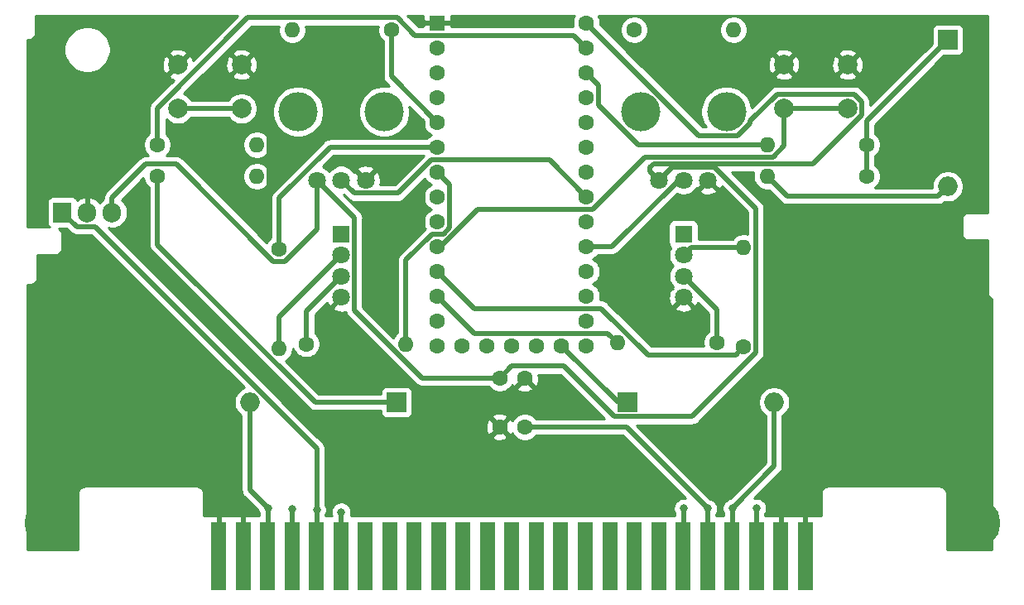
<source format=gbr>
G04 #@! TF.GenerationSoftware,KiCad,Pcbnew,(5.1.7)-1*
G04 #@! TF.CreationDate,2021-02-11T20:15:45-06:00*
G04 #@! TF.ProjectId,ConsolePedalTeensy,436f6e73-6f6c-4655-9065-64616c546565,rev?*
G04 #@! TF.SameCoordinates,Original*
G04 #@! TF.FileFunction,Copper,L1,Top*
G04 #@! TF.FilePolarity,Positive*
%FSLAX46Y46*%
G04 Gerber Fmt 4.6, Leading zero omitted, Abs format (unit mm)*
G04 Created by KiCad (PCBNEW (5.1.7)-1) date 2021-02-11 20:15:45*
%MOMM*%
%LPD*%
G01*
G04 APERTURE LIST*
G04 #@! TA.AperFunction,ConnectorPad*
%ADD10R,1.500000X7.000000*%
G04 #@! TD*
G04 #@! TA.AperFunction,ComponentPad*
%ADD11C,5.000000*%
G04 #@! TD*
G04 #@! TA.AperFunction,ComponentPad*
%ADD12R,2.000000X2.000000*%
G04 #@! TD*
G04 #@! TA.AperFunction,ComponentPad*
%ADD13O,2.000000X2.000000*%
G04 #@! TD*
G04 #@! TA.AperFunction,ComponentPad*
%ADD14C,1.600000*%
G04 #@! TD*
G04 #@! TA.AperFunction,ComponentPad*
%ADD15R,1.800000X1.800000*%
G04 #@! TD*
G04 #@! TA.AperFunction,ComponentPad*
%ADD16C,1.800000*%
G04 #@! TD*
G04 #@! TA.AperFunction,ComponentPad*
%ADD17O,1.600000X1.600000*%
G04 #@! TD*
G04 #@! TA.AperFunction,WasherPad*
%ADD18C,4.000000*%
G04 #@! TD*
G04 #@! TA.AperFunction,ComponentPad*
%ADD19C,2.000000*%
G04 #@! TD*
G04 #@! TA.AperFunction,ComponentPad*
%ADD20R,1.600000X1.600000*%
G04 #@! TD*
G04 #@! TA.AperFunction,ComponentPad*
%ADD21R,1.905000X2.000000*%
G04 #@! TD*
G04 #@! TA.AperFunction,ComponentPad*
%ADD22O,1.905000X2.000000*%
G04 #@! TD*
G04 #@! TA.AperFunction,ViaPad*
%ADD23C,0.800000*%
G04 #@! TD*
G04 #@! TA.AperFunction,Conductor*
%ADD24C,0.500000*%
G04 #@! TD*
G04 #@! TA.AperFunction,Conductor*
%ADD25C,0.254000*%
G04 #@! TD*
G04 #@! TA.AperFunction,Conductor*
%ADD26C,0.100000*%
G04 #@! TD*
G04 APERTURE END LIST*
D10*
G04 #@! TO.P,J1,1*
G04 #@! TO.N,GND*
X102715000Y-126000000D03*
G04 #@! TO.P,J1,2*
X105215000Y-126000000D03*
G04 #@! TO.P,J1,3*
G04 #@! TO.N,/Input*
X107715000Y-126000000D03*
G04 #@! TO.P,J1,4*
G04 #@! TO.N,/Output*
X110215000Y-126000000D03*
G04 #@! TO.P,J1,5*
G04 #@! TO.N,+9V*
X112715000Y-126000000D03*
G04 #@! TO.P,J1,6*
G04 #@! TO.N,/LEDPower*
X115215000Y-126000000D03*
G04 #@! TO.P,J1,7*
G04 #@! TO.N,N/C*
X117715000Y-126000000D03*
G04 #@! TO.P,J1,8*
X120215000Y-126000000D03*
G04 #@! TO.P,J1,9*
X122715000Y-126000000D03*
G04 #@! TO.P,J1,10*
X125215000Y-126000000D03*
G04 #@! TO.P,J1,11*
X127715000Y-126000000D03*
G04 #@! TO.P,J1,12*
X130215000Y-126000000D03*
G04 #@! TO.P,J1,13*
X132715000Y-126000000D03*
G04 #@! TO.P,J1,14*
X135215000Y-126000000D03*
G04 #@! TO.P,J1,15*
X137715000Y-126000000D03*
G04 #@! TO.P,J1,16*
X140215000Y-126000000D03*
G04 #@! TO.P,J1,17*
X142715000Y-126000000D03*
G04 #@! TO.P,J1,18*
X145215000Y-126000000D03*
G04 #@! TO.P,J1,19*
X147715000Y-126000000D03*
G04 #@! TO.P,J1,20*
G04 #@! TO.N,/LEDPower*
X150215000Y-126000000D03*
G04 #@! TO.P,J1,21*
G04 #@! TO.N,+9V*
X152715000Y-126000000D03*
G04 #@! TO.P,J1,22*
G04 #@! TO.N,/Output*
X155215000Y-126000000D03*
G04 #@! TO.P,J1,23*
G04 #@! TO.N,/Input*
X157715000Y-126000000D03*
G04 #@! TO.P,J1,24*
G04 #@! TO.N,GND*
X160215000Y-126000000D03*
G04 #@! TO.P,J1,25*
X162715000Y-126000000D03*
G04 #@! TD*
D11*
G04 #@! TO.P,H1,1*
G04 #@! TO.N,GND*
X85350000Y-122600000D03*
G04 #@! TD*
G04 #@! TO.P,H2,1*
G04 #@! TO.N,GND*
X180150000Y-122600000D03*
G04 #@! TD*
D12*
G04 #@! TO.P,C1,1*
G04 #@! TO.N,Net-(C1-Pad1)*
X144526000Y-110236000D03*
D13*
G04 #@! TO.P,C1,2*
G04 #@! TO.N,/Output*
X159526000Y-110236000D03*
G04 #@! TD*
D14*
G04 #@! TO.P,C2,1*
G04 #@! TO.N,+9V*
X134029500Y-112776000D03*
G04 #@! TO.P,C2,2*
G04 #@! TO.N,GND*
X134029500Y-107776000D03*
G04 #@! TD*
D12*
G04 #@! TO.P,C3,1*
G04 #@! TO.N,Net-(C3-Pad1)*
X120904000Y-110236000D03*
D13*
G04 #@! TO.P,C3,2*
G04 #@! TO.N,/Input*
X105904000Y-110236000D03*
G04 #@! TD*
G04 #@! TO.P,C4,2*
G04 #@! TO.N,Net-(C4-Pad2)*
X177292000Y-88152000D03*
D12*
G04 #@! TO.P,C4,1*
G04 #@! TO.N,Net-(C4-Pad1)*
X177292000Y-73152000D03*
G04 #@! TD*
D14*
G04 #@! TO.P,C5,2*
G04 #@! TO.N,GND*
X131464000Y-112759500D03*
G04 #@! TO.P,C5,1*
G04 #@! TO.N,Net-(C5-Pad1)*
X131464000Y-107759500D03*
G04 #@! TD*
D15*
G04 #@! TO.P,D3,1*
G04 #@! TO.N,Net-(D3-Pad1)*
X115250000Y-93031500D03*
D16*
G04 #@! TO.P,D3,2*
G04 #@! TO.N,Net-(D3-Pad2)*
X115250000Y-95190500D03*
G04 #@! TO.P,D3,3*
G04 #@! TO.N,Net-(D3-Pad3)*
X115250000Y-97349500D03*
G04 #@! TO.P,D3,4*
G04 #@! TO.N,GND*
X115250000Y-99508500D03*
G04 #@! TD*
G04 #@! TO.P,D4,4*
G04 #@! TO.N,GND*
X150250000Y-99508500D03*
G04 #@! TO.P,D4,3*
G04 #@! TO.N,Net-(D4-Pad3)*
X150250000Y-97349500D03*
G04 #@! TO.P,D4,2*
G04 #@! TO.N,Net-(D4-Pad2)*
X150250000Y-95190500D03*
D15*
G04 #@! TO.P,D4,1*
G04 #@! TO.N,Net-(D4-Pad1)*
X150250000Y-93031500D03*
G04 #@! TD*
D14*
G04 #@! TO.P,R1,1*
G04 #@! TO.N,Net-(R1-Pad1)*
X120396000Y-72136000D03*
D17*
G04 #@! TO.P,R1,2*
G04 #@! TO.N,Net-(D3-Pad1)*
X110236000Y-72136000D03*
G04 #@! TD*
G04 #@! TO.P,R2,2*
G04 #@! TO.N,Net-(D3-Pad2)*
X108902500Y-104711500D03*
D14*
G04 #@! TO.P,R2,1*
G04 #@! TO.N,Net-(R2-Pad1)*
X108902500Y-94551500D03*
G04 #@! TD*
G04 #@! TO.P,R4,1*
G04 #@! TO.N,Net-(D3-Pad3)*
X111696500Y-104267000D03*
D17*
G04 #@! TO.P,R4,2*
G04 #@! TO.N,Net-(R4-Pad2)*
X121856500Y-104267000D03*
G04 #@! TD*
G04 #@! TO.P,R5,2*
G04 #@! TO.N,Net-(D4-Pad1)*
X155384500Y-72136000D03*
D14*
G04 #@! TO.P,R5,1*
G04 #@! TO.N,Net-(R5-Pad1)*
X145224500Y-72136000D03*
G04 #@! TD*
G04 #@! TO.P,R6,1*
G04 #@! TO.N,Net-(R6-Pad1)*
X156400500Y-104584500D03*
D17*
G04 #@! TO.P,R6,2*
G04 #@! TO.N,Net-(D4-Pad2)*
X156400500Y-94424500D03*
G04 #@! TD*
G04 #@! TO.P,R7,2*
G04 #@! TO.N,Net-(R7-Pad2)*
X143510000Y-104140000D03*
D14*
G04 #@! TO.P,R7,1*
G04 #@! TO.N,Net-(D4-Pad3)*
X153670000Y-104140000D03*
G04 #@! TD*
G04 #@! TO.P,R8,1*
G04 #@! TO.N,Net-(C4-Pad2)*
X96456500Y-83883500D03*
D17*
G04 #@! TO.P,R8,2*
G04 #@! TO.N,/Input*
X106616500Y-83883500D03*
G04 #@! TD*
G04 #@! TO.P,R9,2*
G04 #@! TO.N,Net-(R9-Pad2)*
X158813500Y-83883500D03*
D14*
G04 #@! TO.P,R9,1*
G04 #@! TO.N,Net-(C4-Pad1)*
X168973500Y-83883500D03*
G04 #@! TD*
G04 #@! TO.P,R10,1*
G04 #@! TO.N,Net-(C4-Pad1)*
X168973500Y-87122000D03*
D17*
G04 #@! TO.P,R10,2*
G04 #@! TO.N,Net-(C4-Pad2)*
X158813500Y-87122000D03*
G04 #@! TD*
G04 #@! TO.P,R11,2*
G04 #@! TO.N,Net-(C4-Pad1)*
X106616500Y-87122000D03*
D14*
G04 #@! TO.P,R11,1*
G04 #@! TO.N,Net-(C3-Pad1)*
X96456500Y-87122000D03*
G04 #@! TD*
D16*
G04 #@! TO.P,RV1,3*
G04 #@! TO.N,Net-(C5-Pad1)*
X112750000Y-87500000D03*
G04 #@! TO.P,RV1,2*
G04 #@! TO.N,Net-(RV1-Pad2)*
X115250000Y-87500000D03*
G04 #@! TO.P,RV1,1*
G04 #@! TO.N,GND*
X117750000Y-87500000D03*
D18*
G04 #@! TO.P,RV1,*
G04 #@! TO.N,*
X110850000Y-80500000D03*
X119650000Y-80500000D03*
G04 #@! TD*
G04 #@! TO.P,RV2,*
G04 #@! TO.N,*
X154650000Y-80500000D03*
X145850000Y-80500000D03*
D16*
G04 #@! TO.P,RV2,1*
G04 #@! TO.N,GND*
X152750000Y-87500000D03*
G04 #@! TO.P,RV2,2*
G04 #@! TO.N,Net-(RV2-Pad2)*
X150250000Y-87500000D03*
G04 #@! TO.P,RV2,3*
G04 #@! TO.N,Net-(C5-Pad1)*
X147750000Y-87500000D03*
G04 #@! TD*
D19*
G04 #@! TO.P,SW1,2*
G04 #@! TO.N,Net-(SW1-Pad2)*
X98552000Y-80192000D03*
G04 #@! TO.P,SW1,1*
G04 #@! TO.N,GND*
X98552000Y-75692000D03*
G04 #@! TO.P,SW1,2*
G04 #@! TO.N,Net-(SW1-Pad2)*
X105052000Y-80192000D03*
G04 #@! TO.P,SW1,1*
G04 #@! TO.N,GND*
X105052000Y-75692000D03*
G04 #@! TD*
G04 #@! TO.P,SW2,1*
G04 #@! TO.N,GND*
X167028000Y-75692000D03*
G04 #@! TO.P,SW2,2*
G04 #@! TO.N,Net-(SW2-Pad2)*
X167028000Y-80192000D03*
G04 #@! TO.P,SW2,1*
G04 #@! TO.N,GND*
X160528000Y-75692000D03*
G04 #@! TO.P,SW2,2*
G04 #@! TO.N,Net-(SW2-Pad2)*
X160528000Y-80192000D03*
G04 #@! TD*
D14*
G04 #@! TO.P,U1,17*
G04 #@! TO.N,N/C*
X132715000Y-104457500D03*
G04 #@! TO.P,U1,18*
X135255000Y-104457500D03*
G04 #@! TO.P,U1,19*
G04 #@! TO.N,Net-(C1-Pad1)*
X137795000Y-104457500D03*
G04 #@! TO.P,U1,20*
G04 #@! TO.N,N/C*
X140335000Y-104457500D03*
G04 #@! TO.P,U1,16*
X130175000Y-104457500D03*
G04 #@! TO.P,U1,15*
X127635000Y-104457500D03*
G04 #@! TO.P,U1,14*
X125095000Y-104457500D03*
G04 #@! TO.P,U1,21*
X140335000Y-101917500D03*
G04 #@! TO.P,U1,22*
X140335000Y-99377500D03*
G04 #@! TO.P,U1,23*
X140335000Y-96837500D03*
G04 #@! TO.P,U1,24*
G04 #@! TO.N,Net-(RV2-Pad2)*
X140335000Y-94297500D03*
G04 #@! TO.P,U1,25*
G04 #@! TO.N,N/C*
X140335000Y-91757500D03*
G04 #@! TO.P,U1,26*
G04 #@! TO.N,Net-(RV1-Pad2)*
X140335000Y-89217500D03*
G04 #@! TO.P,U1,27*
G04 #@! TO.N,N/C*
X140335000Y-86677500D03*
G04 #@! TO.P,U1,28*
X140335000Y-84137500D03*
G04 #@! TO.P,U1,29*
X140335000Y-81597500D03*
G04 #@! TO.P,U1,30*
X140335000Y-79057500D03*
G04 #@! TO.P,U1,31*
G04 #@! TO.N,Net-(R9-Pad2)*
X140335000Y-76517500D03*
G04 #@! TO.P,U1,32*
G04 #@! TO.N,Net-(C4-Pad2)*
X140335000Y-73977500D03*
G04 #@! TO.P,U1,33*
G04 #@! TO.N,Net-(C5-Pad1)*
X140335000Y-71437500D03*
G04 #@! TO.P,U1,13*
G04 #@! TO.N,N/C*
X125095000Y-101917500D03*
G04 #@! TO.P,U1,12*
G04 #@! TO.N,Net-(R7-Pad2)*
X125095000Y-99377500D03*
G04 #@! TO.P,U1,11*
G04 #@! TO.N,Net-(R6-Pad1)*
X125095000Y-96837500D03*
G04 #@! TO.P,U1,10*
G04 #@! TO.N,Net-(SW2-Pad2)*
X125095000Y-94297500D03*
G04 #@! TO.P,U1,9*
G04 #@! TO.N,Net-(SW1-Pad2)*
X125095000Y-91757500D03*
G04 #@! TO.P,U1,8*
G04 #@! TO.N,Net-(R5-Pad1)*
X125095000Y-89217500D03*
G04 #@! TO.P,U1,7*
G04 #@! TO.N,Net-(R4-Pad2)*
X125095000Y-86677500D03*
G04 #@! TO.P,U1,6*
G04 #@! TO.N,Net-(R2-Pad1)*
X125095000Y-84137500D03*
G04 #@! TO.P,U1,5*
G04 #@! TO.N,Net-(R1-Pad1)*
X125095000Y-81597500D03*
G04 #@! TO.P,U1,4*
G04 #@! TO.N,N/C*
X125095000Y-79057500D03*
G04 #@! TO.P,U1,3*
X125095000Y-76517500D03*
G04 #@! TO.P,U1,2*
X125095000Y-73977500D03*
D20*
G04 #@! TO.P,U1,1*
G04 #@! TO.N,GND*
X125095000Y-71437500D03*
G04 #@! TD*
D21*
G04 #@! TO.P,U2,1*
G04 #@! TO.N,+9V*
X86741000Y-90805000D03*
D22*
G04 #@! TO.P,U2,2*
G04 #@! TO.N,GND*
X89281000Y-90805000D03*
G04 #@! TO.P,U2,3*
G04 #@! TO.N,Net-(C5-Pad1)*
X91821000Y-90805000D03*
G04 #@! TD*
D23*
G04 #@! TO.N,GND*
X105250000Y-120979000D03*
X160250000Y-120988000D03*
X102750000Y-121038000D03*
X162750000Y-120967000D03*
X107315000Y-90170000D03*
X120015000Y-100330000D03*
X120015000Y-92710000D03*
G04 #@! TO.N,/LEDPower*
X115250000Y-121454000D03*
X150250000Y-121073000D03*
G04 #@! TO.N,/Input*
X107750000Y-121066000D03*
X157750000Y-121066000D03*
G04 #@! TO.N,/Output*
X110250000Y-121195000D03*
X155250000Y-121068000D03*
G04 #@! TO.N,+9V*
X112750000Y-121235000D03*
X152750000Y-121108000D03*
G04 #@! TD*
D24*
G04 #@! TO.N,GND*
X105250000Y-126000000D02*
X105250000Y-120979000D01*
X160250000Y-126000000D02*
X160250000Y-120988000D01*
X102750000Y-126000000D02*
X102750000Y-121038000D01*
X162750000Y-126000000D02*
X162750000Y-120967000D01*
X107866501Y-78506501D02*
X105052000Y-75692000D01*
X107866501Y-89618499D02*
X107866501Y-78506501D01*
X107315000Y-90170000D02*
X107866501Y-89618499D01*
X120015000Y-92710000D02*
X120015000Y-100330000D01*
G04 #@! TO.N,Net-(C1-Pad1)*
X143573500Y-110236000D02*
X144526000Y-110236000D01*
X137795000Y-104457500D02*
X143573500Y-110236000D01*
G04 #@! TO.N,/LEDPower*
X115250000Y-126000000D02*
X115250000Y-121454000D01*
X150250000Y-126000000D02*
X150250000Y-121073000D01*
G04 #@! TO.N,/Input*
X107750000Y-126000000D02*
X107750000Y-121066000D01*
X157750000Y-126000000D02*
X157750000Y-121066000D01*
X157734000Y-121050000D02*
X157750000Y-121066000D01*
X105904000Y-119220000D02*
X107750000Y-121066000D01*
X105904000Y-110236000D02*
X105904000Y-119220000D01*
G04 #@! TO.N,/Output*
X110250000Y-126000000D02*
X110250000Y-121195000D01*
X155250000Y-126000000D02*
X155250000Y-121068000D01*
X159526000Y-116792000D02*
X155250000Y-121068000D01*
X159526000Y-110236000D02*
X159526000Y-116792000D01*
G04 #@! TO.N,+9V*
X112750000Y-126000000D02*
X112750000Y-121235000D01*
X152750000Y-126000000D02*
X152750000Y-121108000D01*
X144418000Y-112776000D02*
X152750000Y-121108000D01*
X134029500Y-112776000D02*
X144418000Y-112776000D01*
X90069012Y-92255010D02*
X112750000Y-114935998D01*
X88191010Y-92255010D02*
X90069012Y-92255010D01*
X112750000Y-114935998D02*
X112750000Y-121235000D01*
X86741000Y-90805000D02*
X88191010Y-92255010D01*
G04 #@! TO.N,Net-(C3-Pad1)*
X96456500Y-94115502D02*
X96456500Y-87122000D01*
X112576998Y-110236000D02*
X96456500Y-94115502D01*
X120904000Y-110236000D02*
X112576998Y-110236000D01*
G04 #@! TO.N,Net-(C4-Pad1)*
X168973500Y-81470500D02*
X177292000Y-73152000D01*
X168973500Y-83883500D02*
X168973500Y-81470500D01*
X168973500Y-83883500D02*
X168973500Y-87122000D01*
X177292000Y-73152000D02*
X177057999Y-73386001D01*
G04 #@! TO.N,Net-(C4-Pad2)*
X160843499Y-89151999D02*
X158813500Y-87122000D01*
X176292001Y-89151999D02*
X160843499Y-89151999D01*
X177292000Y-88152000D02*
X176292001Y-89151999D01*
X105711999Y-70885999D02*
X96456500Y-80141498D01*
X96456500Y-80141498D02*
X96456500Y-83883500D01*
X120996001Y-70885999D02*
X105711999Y-70885999D01*
X122797503Y-72687501D02*
X120996001Y-70885999D01*
X139045001Y-72687501D02*
X122797503Y-72687501D01*
X140335000Y-73977500D02*
X139045001Y-72687501D01*
G04 #@! TO.N,Net-(C5-Pad1)*
X116600001Y-100860503D02*
X116600001Y-91350001D01*
X116600001Y-91350001D02*
X112750000Y-87500000D01*
X123498998Y-107759500D02*
X116600001Y-100860503D01*
X131464000Y-107759500D02*
X123498998Y-107759500D01*
X108302499Y-95801501D02*
X109502501Y-95801501D01*
X98372997Y-85871999D02*
X108302499Y-95801501D01*
X95254001Y-85871999D02*
X98372997Y-85871999D01*
X112750000Y-92554002D02*
X112750000Y-87500000D01*
X91821000Y-89305000D02*
X95254001Y-85871999D01*
X109502501Y-95801501D02*
X112750000Y-92554002D01*
X91821000Y-90805000D02*
X91821000Y-89305000D01*
X149100001Y-86149999D02*
X147750000Y-87500000D01*
X153398001Y-86149999D02*
X149100001Y-86149999D01*
X151149001Y-111686001D02*
X157650501Y-105184501D01*
X143165999Y-111686001D02*
X151149001Y-111686001D01*
X157650501Y-105184501D02*
X157650501Y-90402499D01*
X138005997Y-106525999D02*
X143165999Y-111686001D01*
X132697501Y-106525999D02*
X138005997Y-106525999D01*
X157650501Y-90402499D02*
X153398001Y-86149999D01*
X131464000Y-107759500D02*
X132697501Y-106525999D01*
X151847501Y-82950001D02*
X140335000Y-71437500D01*
X157100001Y-81676001D02*
X155826001Y-82950001D01*
X157100001Y-81473997D02*
X157100001Y-81676001D01*
X159831999Y-78741999D02*
X157100001Y-81473997D01*
X167724001Y-78741999D02*
X159831999Y-78741999D01*
X168478001Y-80888001D02*
X168478001Y-79495999D01*
X163532491Y-85833511D02*
X168478001Y-80888001D01*
X155826001Y-82950001D02*
X151847501Y-82950001D01*
X147211489Y-85833511D02*
X163532491Y-85833511D01*
X146850001Y-86194999D02*
X147211489Y-85833511D01*
X146850001Y-86600001D02*
X146850001Y-86194999D01*
X168478001Y-79495999D02*
X167724001Y-78741999D01*
X147750000Y-87500000D02*
X146850001Y-86600001D01*
G04 #@! TO.N,Net-(R9-Pad2)*
X141585001Y-77767501D02*
X140335000Y-76517500D01*
X141585001Y-79861003D02*
X141585001Y-77767501D01*
X145607498Y-83883500D02*
X141585001Y-79861003D01*
X158813500Y-83883500D02*
X145607498Y-83883500D01*
G04 #@! TO.N,Net-(RV2-Pad2)*
X149748002Y-87500000D02*
X150250000Y-87500000D01*
X142950502Y-94297500D02*
X149748002Y-87500000D01*
X140335000Y-94297500D02*
X142950502Y-94297500D01*
G04 #@! TO.N,Net-(D3-Pad2)*
X108902500Y-101538000D02*
X115250000Y-95190500D01*
X108902500Y-104711500D02*
X108902500Y-101538000D01*
G04 #@! TO.N,Net-(D3-Pad3)*
X111696500Y-100903000D02*
X115250000Y-97349500D01*
X111696500Y-104267000D02*
X111696500Y-100903000D01*
G04 #@! TO.N,Net-(D4-Pad3)*
X153670000Y-100769500D02*
X150250000Y-97349500D01*
X153670000Y-104140000D02*
X153670000Y-100769500D01*
G04 #@! TO.N,Net-(D4-Pad2)*
X151016000Y-94424500D02*
X150250000Y-95190500D01*
X156400500Y-94424500D02*
X151016000Y-94424500D01*
G04 #@! TO.N,Net-(R1-Pad1)*
X120396000Y-76898500D02*
X120396000Y-72136000D01*
X125095000Y-81597500D02*
X120396000Y-76898500D01*
G04 #@! TO.N,Net-(R2-Pad1)*
X108902500Y-89349498D02*
X108902500Y-94551500D01*
X114114498Y-84137500D02*
X108902500Y-89349498D01*
X125095000Y-84137500D02*
X114114498Y-84137500D01*
G04 #@! TO.N,Net-(R4-Pad2)*
X126345001Y-87927501D02*
X125095000Y-86677500D01*
X126345001Y-92357501D02*
X126345001Y-87927501D01*
X125695001Y-93007501D02*
X126345001Y-92357501D01*
X124534997Y-93007501D02*
X125695001Y-93007501D01*
X121856500Y-95685998D02*
X124534997Y-93007501D01*
X121856500Y-104267000D02*
X121856500Y-95685998D01*
G04 #@! TO.N,Net-(R6-Pad1)*
X128885001Y-100627501D02*
X125095000Y-96837500D01*
X141847503Y-100627501D02*
X128885001Y-100627501D01*
X146610003Y-105390001D02*
X141847503Y-100627501D01*
X155594999Y-105390001D02*
X146610003Y-105390001D01*
X156400500Y-104584500D02*
X155594999Y-105390001D01*
G04 #@! TO.N,Net-(R7-Pad2)*
X128885001Y-103167501D02*
X125095000Y-99377500D01*
X142537501Y-103167501D02*
X128885001Y-103167501D01*
X143510000Y-104140000D02*
X142537501Y-103167501D01*
G04 #@! TO.N,Net-(RV1-Pad2)*
X136544999Y-85427499D02*
X140335000Y-89217500D01*
X124494999Y-85427499D02*
X136544999Y-85427499D01*
X121072497Y-88850001D02*
X124494999Y-85427499D01*
X116600001Y-88850001D02*
X121072497Y-88850001D01*
X115250000Y-87500000D02*
X116600001Y-88850001D01*
G04 #@! TO.N,Net-(SW1-Pad2)*
X98552000Y-80192000D02*
X105052000Y-80192000D01*
G04 #@! TO.N,Net-(SW2-Pad2)*
X160528000Y-80192000D02*
X167028000Y-80192000D01*
X125394964Y-94297500D02*
X125095000Y-94297500D01*
X129224963Y-90467501D02*
X125394964Y-94297500D01*
X140935001Y-90467501D02*
X129224963Y-90467501D01*
X146269001Y-85133501D02*
X140935001Y-90467501D01*
X159413501Y-85133501D02*
X146269001Y-85133501D01*
X160528000Y-84019002D02*
X159413501Y-85133501D01*
X160528000Y-80192000D02*
X160528000Y-84019002D01*
G04 #@! TD*
D25*
G04 #@! TO.N,GND*
X181323001Y-90823000D02*
X179433252Y-90823000D01*
X179400000Y-90819725D01*
X179366748Y-90823000D01*
X179267285Y-90832796D01*
X179139670Y-90871508D01*
X179022059Y-90934372D01*
X178918973Y-91018973D01*
X178834372Y-91122059D01*
X178771508Y-91239670D01*
X178732796Y-91367285D01*
X178719725Y-91500000D01*
X178723001Y-91533262D01*
X178723000Y-92966747D01*
X178719725Y-93000000D01*
X178732796Y-93132715D01*
X178771508Y-93260330D01*
X178834372Y-93377941D01*
X178918973Y-93481027D01*
X178994800Y-93543257D01*
X179022059Y-93565628D01*
X179139670Y-93628492D01*
X179267285Y-93667204D01*
X179400000Y-93680275D01*
X179433252Y-93677000D01*
X181323000Y-93677000D01*
X181323001Y-98966738D01*
X181319725Y-99000000D01*
X181332796Y-99132715D01*
X181371508Y-99260330D01*
X181434372Y-99377941D01*
X181518973Y-99481027D01*
X181622059Y-99565628D01*
X181739670Y-99628492D01*
X181823001Y-99653770D01*
X181823000Y-125323000D01*
X177177000Y-125323000D01*
X177177000Y-119533252D01*
X177180275Y-119500000D01*
X177167204Y-119367285D01*
X177128492Y-119239670D01*
X177065628Y-119122059D01*
X176981027Y-119018973D01*
X176877941Y-118934372D01*
X176760330Y-118871508D01*
X176632715Y-118832796D01*
X176533252Y-118823000D01*
X176500000Y-118819725D01*
X176466748Y-118823000D01*
X165033252Y-118823000D01*
X165000000Y-118819725D01*
X164966748Y-118823000D01*
X164867285Y-118832796D01*
X164739670Y-118871508D01*
X164622059Y-118934372D01*
X164518973Y-119018973D01*
X164434372Y-119122059D01*
X164371508Y-119239670D01*
X164332796Y-119367285D01*
X164319725Y-119500000D01*
X164323001Y-119533262D01*
X164323001Y-121793000D01*
X158627000Y-121793000D01*
X158627000Y-121602027D01*
X158660115Y-121552467D01*
X158737533Y-121365565D01*
X158777000Y-121167151D01*
X158777000Y-120964849D01*
X158737533Y-120766435D01*
X158660115Y-120579533D01*
X158547723Y-120411326D01*
X158404674Y-120268277D01*
X158236467Y-120155885D01*
X158049565Y-120078467D01*
X157851151Y-120039000D01*
X157648849Y-120039000D01*
X157487089Y-120071176D01*
X160115668Y-117442597D01*
X160149133Y-117415133D01*
X160258727Y-117281592D01*
X160340162Y-117129237D01*
X160390310Y-116963922D01*
X160403000Y-116835079D01*
X160403000Y-116835078D01*
X160407243Y-116792001D01*
X160403000Y-116748924D01*
X160403000Y-111606783D01*
X160563152Y-111499773D01*
X160789773Y-111273152D01*
X160967828Y-111006673D01*
X161090475Y-110710578D01*
X161153000Y-110396245D01*
X161153000Y-110075755D01*
X161090475Y-109761422D01*
X160967828Y-109465327D01*
X160789773Y-109198848D01*
X160563152Y-108972227D01*
X160296673Y-108794172D01*
X160000578Y-108671525D01*
X159686245Y-108609000D01*
X159365755Y-108609000D01*
X159051422Y-108671525D01*
X158755327Y-108794172D01*
X158488848Y-108972227D01*
X158262227Y-109198848D01*
X158084172Y-109465327D01*
X157961525Y-109761422D01*
X157899000Y-110075755D01*
X157899000Y-110396245D01*
X157961525Y-110710578D01*
X158084172Y-111006673D01*
X158262227Y-111273152D01*
X158488848Y-111499773D01*
X158649000Y-111606783D01*
X158649001Y-116428734D01*
X155008897Y-120068838D01*
X154950435Y-120080467D01*
X154763533Y-120157885D01*
X154595326Y-120270277D01*
X154452277Y-120413326D01*
X154339885Y-120581533D01*
X154262467Y-120768435D01*
X154223000Y-120966849D01*
X154223000Y-121169151D01*
X154262467Y-121367565D01*
X154339885Y-121554467D01*
X154373001Y-121604029D01*
X154373001Y-121793000D01*
X153627000Y-121793000D01*
X153627000Y-121644027D01*
X153660115Y-121594467D01*
X153737533Y-121407565D01*
X153777000Y-121209151D01*
X153777000Y-121006849D01*
X153737533Y-120808435D01*
X153660115Y-120621533D01*
X153547723Y-120453326D01*
X153404674Y-120310277D01*
X153236467Y-120197885D01*
X153049565Y-120120467D01*
X152991103Y-120108838D01*
X145445266Y-112563001D01*
X151105922Y-112563001D01*
X151149001Y-112567244D01*
X151192080Y-112563001D01*
X151320923Y-112550311D01*
X151486238Y-112500163D01*
X151638593Y-112418728D01*
X151772134Y-112309134D01*
X151799598Y-112275669D01*
X158240170Y-105835097D01*
X158273634Y-105807634D01*
X158383228Y-105674093D01*
X158464663Y-105521738D01*
X158514811Y-105356423D01*
X158527501Y-105227580D01*
X158527501Y-105227571D01*
X158531743Y-105184502D01*
X158527501Y-105141432D01*
X158527501Y-90445575D01*
X158531744Y-90402498D01*
X158527501Y-90359420D01*
X158514811Y-90230577D01*
X158464663Y-90065262D01*
X158383228Y-89912907D01*
X158273634Y-89779366D01*
X158240169Y-89751902D01*
X155198778Y-86710511D01*
X157440393Y-86710511D01*
X157386500Y-86981453D01*
X157386500Y-87262547D01*
X157441338Y-87538241D01*
X157548909Y-87797938D01*
X157705076Y-88031660D01*
X157903840Y-88230424D01*
X158137562Y-88386591D01*
X158397259Y-88494162D01*
X158672953Y-88549000D01*
X158954047Y-88549000D01*
X158992572Y-88541337D01*
X160192907Y-89741673D01*
X160220366Y-89775132D01*
X160253825Y-89802591D01*
X160253827Y-89802593D01*
X160318926Y-89856018D01*
X160353907Y-89884726D01*
X160506262Y-89966161D01*
X160671577Y-90016309D01*
X160800420Y-90028999D01*
X160800421Y-90028999D01*
X160843498Y-90033242D01*
X160886575Y-90028999D01*
X176248922Y-90028999D01*
X176292001Y-90033242D01*
X176335080Y-90028999D01*
X176463923Y-90016309D01*
X176629238Y-89966161D01*
X176781593Y-89884726D01*
X176915134Y-89775132D01*
X176942598Y-89741667D01*
X176942842Y-89741423D01*
X177131755Y-89779000D01*
X177452245Y-89779000D01*
X177766578Y-89716475D01*
X178062673Y-89593828D01*
X178329152Y-89415773D01*
X178555773Y-89189152D01*
X178733828Y-88922673D01*
X178856475Y-88626578D01*
X178919000Y-88312245D01*
X178919000Y-87991755D01*
X178856475Y-87677422D01*
X178733828Y-87381327D01*
X178555773Y-87114848D01*
X178329152Y-86888227D01*
X178062673Y-86710172D01*
X177766578Y-86587525D01*
X177452245Y-86525000D01*
X177131755Y-86525000D01*
X176817422Y-86587525D01*
X176521327Y-86710172D01*
X176254848Y-86888227D01*
X176028227Y-87114848D01*
X175850172Y-87381327D01*
X175727525Y-87677422D01*
X175665000Y-87991755D01*
X175665000Y-88274999D01*
X169816448Y-88274999D01*
X169883160Y-88230424D01*
X170081924Y-88031660D01*
X170238091Y-87797938D01*
X170345662Y-87538241D01*
X170400500Y-87262547D01*
X170400500Y-86981453D01*
X170345662Y-86705759D01*
X170238091Y-86446062D01*
X170081924Y-86212340D01*
X169883160Y-86013576D01*
X169850500Y-85991753D01*
X169850500Y-85013747D01*
X169883160Y-84991924D01*
X170081924Y-84793160D01*
X170238091Y-84559438D01*
X170345662Y-84299741D01*
X170400500Y-84024047D01*
X170400500Y-83742953D01*
X170345662Y-83467259D01*
X170238091Y-83207562D01*
X170081924Y-82973840D01*
X169883160Y-82775076D01*
X169850500Y-82753253D01*
X169850500Y-81833765D01*
X176902232Y-74782033D01*
X178292000Y-74782033D01*
X178414913Y-74769927D01*
X178533103Y-74734075D01*
X178642028Y-74675853D01*
X178737501Y-74597501D01*
X178815853Y-74502028D01*
X178874075Y-74393103D01*
X178909927Y-74274913D01*
X178922033Y-74152000D01*
X178922033Y-72152000D01*
X178909927Y-72029087D01*
X178874075Y-71910897D01*
X178815853Y-71801972D01*
X178737501Y-71706499D01*
X178642028Y-71628147D01*
X178533103Y-71569925D01*
X178414913Y-71534073D01*
X178292000Y-71521967D01*
X176292000Y-71521967D01*
X176169087Y-71534073D01*
X176050897Y-71569925D01*
X175941972Y-71628147D01*
X175846499Y-71706499D01*
X175768147Y-71801972D01*
X175709925Y-71910897D01*
X175674073Y-72029087D01*
X175661967Y-72152000D01*
X175661967Y-73541768D01*
X169355001Y-79848734D01*
X169355001Y-79539078D01*
X169359244Y-79495998D01*
X169342311Y-79324076D01*
X169292163Y-79158762D01*
X169290071Y-79154848D01*
X169210728Y-79006407D01*
X169182020Y-78971426D01*
X169128595Y-78906327D01*
X169128593Y-78906325D01*
X169101134Y-78872866D01*
X169067674Y-78845407D01*
X168374597Y-78152330D01*
X168347134Y-78118866D01*
X168213593Y-78009272D01*
X168061238Y-77927837D01*
X167895923Y-77877689D01*
X167767080Y-77864999D01*
X167724001Y-77860756D01*
X167680922Y-77864999D01*
X159875078Y-77864999D01*
X159831999Y-77860756D01*
X159660076Y-77877689D01*
X159620607Y-77889662D01*
X159494762Y-77927837D01*
X159342407Y-78009272D01*
X159208866Y-78118866D01*
X159181402Y-78152331D01*
X157246385Y-80087348D01*
X157176046Y-79733732D01*
X156978017Y-79255649D01*
X156690524Y-78825385D01*
X156324615Y-78459476D01*
X155894351Y-78171983D01*
X155416268Y-77973954D01*
X154908737Y-77873000D01*
X154391263Y-77873000D01*
X153883732Y-77973954D01*
X153405649Y-78171983D01*
X152975385Y-78459476D01*
X152609476Y-78825385D01*
X152321983Y-79255649D01*
X152123954Y-79733732D01*
X152023000Y-80241263D01*
X152023000Y-80758737D01*
X152123954Y-81266268D01*
X152321983Y-81744351D01*
X152541580Y-82073001D01*
X152210767Y-82073001D01*
X146965179Y-76827413D01*
X159572192Y-76827413D01*
X159667956Y-77091814D01*
X159957571Y-77232704D01*
X160269108Y-77314384D01*
X160590595Y-77333718D01*
X160909675Y-77289961D01*
X161214088Y-77184795D01*
X161388044Y-77091814D01*
X161483808Y-76827413D01*
X166072192Y-76827413D01*
X166167956Y-77091814D01*
X166457571Y-77232704D01*
X166769108Y-77314384D01*
X167090595Y-77333718D01*
X167409675Y-77289961D01*
X167714088Y-77184795D01*
X167888044Y-77091814D01*
X167983808Y-76827413D01*
X167028000Y-75871605D01*
X166072192Y-76827413D01*
X161483808Y-76827413D01*
X160528000Y-75871605D01*
X159572192Y-76827413D01*
X146965179Y-76827413D01*
X145892361Y-75754595D01*
X158886282Y-75754595D01*
X158930039Y-76073675D01*
X159035205Y-76378088D01*
X159128186Y-76552044D01*
X159392587Y-76647808D01*
X160348395Y-75692000D01*
X160707605Y-75692000D01*
X161663413Y-76647808D01*
X161927814Y-76552044D01*
X162068704Y-76262429D01*
X162150384Y-75950892D01*
X162162189Y-75754595D01*
X165386282Y-75754595D01*
X165430039Y-76073675D01*
X165535205Y-76378088D01*
X165628186Y-76552044D01*
X165892587Y-76647808D01*
X166848395Y-75692000D01*
X167207605Y-75692000D01*
X168163413Y-76647808D01*
X168427814Y-76552044D01*
X168568704Y-76262429D01*
X168650384Y-75950892D01*
X168669718Y-75629405D01*
X168625961Y-75310325D01*
X168520795Y-75005912D01*
X168427814Y-74831956D01*
X168163413Y-74736192D01*
X167207605Y-75692000D01*
X166848395Y-75692000D01*
X165892587Y-74736192D01*
X165628186Y-74831956D01*
X165487296Y-75121571D01*
X165405616Y-75433108D01*
X165386282Y-75754595D01*
X162162189Y-75754595D01*
X162169718Y-75629405D01*
X162125961Y-75310325D01*
X162020795Y-75005912D01*
X161927814Y-74831956D01*
X161663413Y-74736192D01*
X160707605Y-75692000D01*
X160348395Y-75692000D01*
X159392587Y-74736192D01*
X159128186Y-74831956D01*
X158987296Y-75121571D01*
X158905616Y-75433108D01*
X158886282Y-75754595D01*
X145892361Y-75754595D01*
X144694353Y-74556587D01*
X159572192Y-74556587D01*
X160528000Y-75512395D01*
X161483808Y-74556587D01*
X166072192Y-74556587D01*
X167028000Y-75512395D01*
X167983808Y-74556587D01*
X167888044Y-74292186D01*
X167598429Y-74151296D01*
X167286892Y-74069616D01*
X166965405Y-74050282D01*
X166646325Y-74094039D01*
X166341912Y-74199205D01*
X166167956Y-74292186D01*
X166072192Y-74556587D01*
X161483808Y-74556587D01*
X161388044Y-74292186D01*
X161098429Y-74151296D01*
X160786892Y-74069616D01*
X160465405Y-74050282D01*
X160146325Y-74094039D01*
X159841912Y-74199205D01*
X159667956Y-74292186D01*
X159572192Y-74556587D01*
X144694353Y-74556587D01*
X142133219Y-71995453D01*
X143797500Y-71995453D01*
X143797500Y-72276547D01*
X143852338Y-72552241D01*
X143959909Y-72811938D01*
X144116076Y-73045660D01*
X144314840Y-73244424D01*
X144548562Y-73400591D01*
X144808259Y-73508162D01*
X145083953Y-73563000D01*
X145365047Y-73563000D01*
X145640741Y-73508162D01*
X145900438Y-73400591D01*
X146134160Y-73244424D01*
X146332924Y-73045660D01*
X146489091Y-72811938D01*
X146596662Y-72552241D01*
X146651500Y-72276547D01*
X146651500Y-71995453D01*
X153957500Y-71995453D01*
X153957500Y-72276547D01*
X154012338Y-72552241D01*
X154119909Y-72811938D01*
X154276076Y-73045660D01*
X154474840Y-73244424D01*
X154708562Y-73400591D01*
X154968259Y-73508162D01*
X155243953Y-73563000D01*
X155525047Y-73563000D01*
X155800741Y-73508162D01*
X156060438Y-73400591D01*
X156294160Y-73244424D01*
X156492924Y-73045660D01*
X156649091Y-72811938D01*
X156756662Y-72552241D01*
X156811500Y-72276547D01*
X156811500Y-71995453D01*
X156756662Y-71719759D01*
X156649091Y-71460062D01*
X156492924Y-71226340D01*
X156294160Y-71027576D01*
X156060438Y-70871409D01*
X155800741Y-70763838D01*
X155525047Y-70709000D01*
X155243953Y-70709000D01*
X154968259Y-70763838D01*
X154708562Y-70871409D01*
X154474840Y-71027576D01*
X154276076Y-71226340D01*
X154119909Y-71460062D01*
X154012338Y-71719759D01*
X153957500Y-71995453D01*
X146651500Y-71995453D01*
X146596662Y-71719759D01*
X146489091Y-71460062D01*
X146332924Y-71226340D01*
X146134160Y-71027576D01*
X145900438Y-70871409D01*
X145640741Y-70763838D01*
X145365047Y-70709000D01*
X145083953Y-70709000D01*
X144808259Y-70763838D01*
X144548562Y-70871409D01*
X144314840Y-71027576D01*
X144116076Y-71226340D01*
X143959909Y-71460062D01*
X143852338Y-71719759D01*
X143797500Y-71995453D01*
X142133219Y-71995453D01*
X141754337Y-71616572D01*
X141762000Y-71578047D01*
X141762000Y-71296953D01*
X141707162Y-71021259D01*
X141599591Y-70761562D01*
X141543089Y-70677000D01*
X181323000Y-70677000D01*
X181323001Y-90823000D01*
G04 #@! TA.AperFunction,Conductor*
D26*
G36*
X181323001Y-90823000D02*
G01*
X179433252Y-90823000D01*
X179400000Y-90819725D01*
X179366748Y-90823000D01*
X179267285Y-90832796D01*
X179139670Y-90871508D01*
X179022059Y-90934372D01*
X178918973Y-91018973D01*
X178834372Y-91122059D01*
X178771508Y-91239670D01*
X178732796Y-91367285D01*
X178719725Y-91500000D01*
X178723001Y-91533262D01*
X178723000Y-92966747D01*
X178719725Y-93000000D01*
X178732796Y-93132715D01*
X178771508Y-93260330D01*
X178834372Y-93377941D01*
X178918973Y-93481027D01*
X178994800Y-93543257D01*
X179022059Y-93565628D01*
X179139670Y-93628492D01*
X179267285Y-93667204D01*
X179400000Y-93680275D01*
X179433252Y-93677000D01*
X181323000Y-93677000D01*
X181323001Y-98966738D01*
X181319725Y-99000000D01*
X181332796Y-99132715D01*
X181371508Y-99260330D01*
X181434372Y-99377941D01*
X181518973Y-99481027D01*
X181622059Y-99565628D01*
X181739670Y-99628492D01*
X181823001Y-99653770D01*
X181823000Y-125323000D01*
X177177000Y-125323000D01*
X177177000Y-119533252D01*
X177180275Y-119500000D01*
X177167204Y-119367285D01*
X177128492Y-119239670D01*
X177065628Y-119122059D01*
X176981027Y-119018973D01*
X176877941Y-118934372D01*
X176760330Y-118871508D01*
X176632715Y-118832796D01*
X176533252Y-118823000D01*
X176500000Y-118819725D01*
X176466748Y-118823000D01*
X165033252Y-118823000D01*
X165000000Y-118819725D01*
X164966748Y-118823000D01*
X164867285Y-118832796D01*
X164739670Y-118871508D01*
X164622059Y-118934372D01*
X164518973Y-119018973D01*
X164434372Y-119122059D01*
X164371508Y-119239670D01*
X164332796Y-119367285D01*
X164319725Y-119500000D01*
X164323001Y-119533262D01*
X164323001Y-121793000D01*
X158627000Y-121793000D01*
X158627000Y-121602027D01*
X158660115Y-121552467D01*
X158737533Y-121365565D01*
X158777000Y-121167151D01*
X158777000Y-120964849D01*
X158737533Y-120766435D01*
X158660115Y-120579533D01*
X158547723Y-120411326D01*
X158404674Y-120268277D01*
X158236467Y-120155885D01*
X158049565Y-120078467D01*
X157851151Y-120039000D01*
X157648849Y-120039000D01*
X157487089Y-120071176D01*
X160115668Y-117442597D01*
X160149133Y-117415133D01*
X160258727Y-117281592D01*
X160340162Y-117129237D01*
X160390310Y-116963922D01*
X160403000Y-116835079D01*
X160403000Y-116835078D01*
X160407243Y-116792001D01*
X160403000Y-116748924D01*
X160403000Y-111606783D01*
X160563152Y-111499773D01*
X160789773Y-111273152D01*
X160967828Y-111006673D01*
X161090475Y-110710578D01*
X161153000Y-110396245D01*
X161153000Y-110075755D01*
X161090475Y-109761422D01*
X160967828Y-109465327D01*
X160789773Y-109198848D01*
X160563152Y-108972227D01*
X160296673Y-108794172D01*
X160000578Y-108671525D01*
X159686245Y-108609000D01*
X159365755Y-108609000D01*
X159051422Y-108671525D01*
X158755327Y-108794172D01*
X158488848Y-108972227D01*
X158262227Y-109198848D01*
X158084172Y-109465327D01*
X157961525Y-109761422D01*
X157899000Y-110075755D01*
X157899000Y-110396245D01*
X157961525Y-110710578D01*
X158084172Y-111006673D01*
X158262227Y-111273152D01*
X158488848Y-111499773D01*
X158649000Y-111606783D01*
X158649001Y-116428734D01*
X155008897Y-120068838D01*
X154950435Y-120080467D01*
X154763533Y-120157885D01*
X154595326Y-120270277D01*
X154452277Y-120413326D01*
X154339885Y-120581533D01*
X154262467Y-120768435D01*
X154223000Y-120966849D01*
X154223000Y-121169151D01*
X154262467Y-121367565D01*
X154339885Y-121554467D01*
X154373001Y-121604029D01*
X154373001Y-121793000D01*
X153627000Y-121793000D01*
X153627000Y-121644027D01*
X153660115Y-121594467D01*
X153737533Y-121407565D01*
X153777000Y-121209151D01*
X153777000Y-121006849D01*
X153737533Y-120808435D01*
X153660115Y-120621533D01*
X153547723Y-120453326D01*
X153404674Y-120310277D01*
X153236467Y-120197885D01*
X153049565Y-120120467D01*
X152991103Y-120108838D01*
X145445266Y-112563001D01*
X151105922Y-112563001D01*
X151149001Y-112567244D01*
X151192080Y-112563001D01*
X151320923Y-112550311D01*
X151486238Y-112500163D01*
X151638593Y-112418728D01*
X151772134Y-112309134D01*
X151799598Y-112275669D01*
X158240170Y-105835097D01*
X158273634Y-105807634D01*
X158383228Y-105674093D01*
X158464663Y-105521738D01*
X158514811Y-105356423D01*
X158527501Y-105227580D01*
X158527501Y-105227571D01*
X158531743Y-105184502D01*
X158527501Y-105141432D01*
X158527501Y-90445575D01*
X158531744Y-90402498D01*
X158527501Y-90359420D01*
X158514811Y-90230577D01*
X158464663Y-90065262D01*
X158383228Y-89912907D01*
X158273634Y-89779366D01*
X158240169Y-89751902D01*
X155198778Y-86710511D01*
X157440393Y-86710511D01*
X157386500Y-86981453D01*
X157386500Y-87262547D01*
X157441338Y-87538241D01*
X157548909Y-87797938D01*
X157705076Y-88031660D01*
X157903840Y-88230424D01*
X158137562Y-88386591D01*
X158397259Y-88494162D01*
X158672953Y-88549000D01*
X158954047Y-88549000D01*
X158992572Y-88541337D01*
X160192907Y-89741673D01*
X160220366Y-89775132D01*
X160253825Y-89802591D01*
X160253827Y-89802593D01*
X160318926Y-89856018D01*
X160353907Y-89884726D01*
X160506262Y-89966161D01*
X160671577Y-90016309D01*
X160800420Y-90028999D01*
X160800421Y-90028999D01*
X160843498Y-90033242D01*
X160886575Y-90028999D01*
X176248922Y-90028999D01*
X176292001Y-90033242D01*
X176335080Y-90028999D01*
X176463923Y-90016309D01*
X176629238Y-89966161D01*
X176781593Y-89884726D01*
X176915134Y-89775132D01*
X176942598Y-89741667D01*
X176942842Y-89741423D01*
X177131755Y-89779000D01*
X177452245Y-89779000D01*
X177766578Y-89716475D01*
X178062673Y-89593828D01*
X178329152Y-89415773D01*
X178555773Y-89189152D01*
X178733828Y-88922673D01*
X178856475Y-88626578D01*
X178919000Y-88312245D01*
X178919000Y-87991755D01*
X178856475Y-87677422D01*
X178733828Y-87381327D01*
X178555773Y-87114848D01*
X178329152Y-86888227D01*
X178062673Y-86710172D01*
X177766578Y-86587525D01*
X177452245Y-86525000D01*
X177131755Y-86525000D01*
X176817422Y-86587525D01*
X176521327Y-86710172D01*
X176254848Y-86888227D01*
X176028227Y-87114848D01*
X175850172Y-87381327D01*
X175727525Y-87677422D01*
X175665000Y-87991755D01*
X175665000Y-88274999D01*
X169816448Y-88274999D01*
X169883160Y-88230424D01*
X170081924Y-88031660D01*
X170238091Y-87797938D01*
X170345662Y-87538241D01*
X170400500Y-87262547D01*
X170400500Y-86981453D01*
X170345662Y-86705759D01*
X170238091Y-86446062D01*
X170081924Y-86212340D01*
X169883160Y-86013576D01*
X169850500Y-85991753D01*
X169850500Y-85013747D01*
X169883160Y-84991924D01*
X170081924Y-84793160D01*
X170238091Y-84559438D01*
X170345662Y-84299741D01*
X170400500Y-84024047D01*
X170400500Y-83742953D01*
X170345662Y-83467259D01*
X170238091Y-83207562D01*
X170081924Y-82973840D01*
X169883160Y-82775076D01*
X169850500Y-82753253D01*
X169850500Y-81833765D01*
X176902232Y-74782033D01*
X178292000Y-74782033D01*
X178414913Y-74769927D01*
X178533103Y-74734075D01*
X178642028Y-74675853D01*
X178737501Y-74597501D01*
X178815853Y-74502028D01*
X178874075Y-74393103D01*
X178909927Y-74274913D01*
X178922033Y-74152000D01*
X178922033Y-72152000D01*
X178909927Y-72029087D01*
X178874075Y-71910897D01*
X178815853Y-71801972D01*
X178737501Y-71706499D01*
X178642028Y-71628147D01*
X178533103Y-71569925D01*
X178414913Y-71534073D01*
X178292000Y-71521967D01*
X176292000Y-71521967D01*
X176169087Y-71534073D01*
X176050897Y-71569925D01*
X175941972Y-71628147D01*
X175846499Y-71706499D01*
X175768147Y-71801972D01*
X175709925Y-71910897D01*
X175674073Y-72029087D01*
X175661967Y-72152000D01*
X175661967Y-73541768D01*
X169355001Y-79848734D01*
X169355001Y-79539078D01*
X169359244Y-79495998D01*
X169342311Y-79324076D01*
X169292163Y-79158762D01*
X169290071Y-79154848D01*
X169210728Y-79006407D01*
X169182020Y-78971426D01*
X169128595Y-78906327D01*
X169128593Y-78906325D01*
X169101134Y-78872866D01*
X169067674Y-78845407D01*
X168374597Y-78152330D01*
X168347134Y-78118866D01*
X168213593Y-78009272D01*
X168061238Y-77927837D01*
X167895923Y-77877689D01*
X167767080Y-77864999D01*
X167724001Y-77860756D01*
X167680922Y-77864999D01*
X159875078Y-77864999D01*
X159831999Y-77860756D01*
X159660076Y-77877689D01*
X159620607Y-77889662D01*
X159494762Y-77927837D01*
X159342407Y-78009272D01*
X159208866Y-78118866D01*
X159181402Y-78152331D01*
X157246385Y-80087348D01*
X157176046Y-79733732D01*
X156978017Y-79255649D01*
X156690524Y-78825385D01*
X156324615Y-78459476D01*
X155894351Y-78171983D01*
X155416268Y-77973954D01*
X154908737Y-77873000D01*
X154391263Y-77873000D01*
X153883732Y-77973954D01*
X153405649Y-78171983D01*
X152975385Y-78459476D01*
X152609476Y-78825385D01*
X152321983Y-79255649D01*
X152123954Y-79733732D01*
X152023000Y-80241263D01*
X152023000Y-80758737D01*
X152123954Y-81266268D01*
X152321983Y-81744351D01*
X152541580Y-82073001D01*
X152210767Y-82073001D01*
X146965179Y-76827413D01*
X159572192Y-76827413D01*
X159667956Y-77091814D01*
X159957571Y-77232704D01*
X160269108Y-77314384D01*
X160590595Y-77333718D01*
X160909675Y-77289961D01*
X161214088Y-77184795D01*
X161388044Y-77091814D01*
X161483808Y-76827413D01*
X166072192Y-76827413D01*
X166167956Y-77091814D01*
X166457571Y-77232704D01*
X166769108Y-77314384D01*
X167090595Y-77333718D01*
X167409675Y-77289961D01*
X167714088Y-77184795D01*
X167888044Y-77091814D01*
X167983808Y-76827413D01*
X167028000Y-75871605D01*
X166072192Y-76827413D01*
X161483808Y-76827413D01*
X160528000Y-75871605D01*
X159572192Y-76827413D01*
X146965179Y-76827413D01*
X145892361Y-75754595D01*
X158886282Y-75754595D01*
X158930039Y-76073675D01*
X159035205Y-76378088D01*
X159128186Y-76552044D01*
X159392587Y-76647808D01*
X160348395Y-75692000D01*
X160707605Y-75692000D01*
X161663413Y-76647808D01*
X161927814Y-76552044D01*
X162068704Y-76262429D01*
X162150384Y-75950892D01*
X162162189Y-75754595D01*
X165386282Y-75754595D01*
X165430039Y-76073675D01*
X165535205Y-76378088D01*
X165628186Y-76552044D01*
X165892587Y-76647808D01*
X166848395Y-75692000D01*
X167207605Y-75692000D01*
X168163413Y-76647808D01*
X168427814Y-76552044D01*
X168568704Y-76262429D01*
X168650384Y-75950892D01*
X168669718Y-75629405D01*
X168625961Y-75310325D01*
X168520795Y-75005912D01*
X168427814Y-74831956D01*
X168163413Y-74736192D01*
X167207605Y-75692000D01*
X166848395Y-75692000D01*
X165892587Y-74736192D01*
X165628186Y-74831956D01*
X165487296Y-75121571D01*
X165405616Y-75433108D01*
X165386282Y-75754595D01*
X162162189Y-75754595D01*
X162169718Y-75629405D01*
X162125961Y-75310325D01*
X162020795Y-75005912D01*
X161927814Y-74831956D01*
X161663413Y-74736192D01*
X160707605Y-75692000D01*
X160348395Y-75692000D01*
X159392587Y-74736192D01*
X159128186Y-74831956D01*
X158987296Y-75121571D01*
X158905616Y-75433108D01*
X158886282Y-75754595D01*
X145892361Y-75754595D01*
X144694353Y-74556587D01*
X159572192Y-74556587D01*
X160528000Y-75512395D01*
X161483808Y-74556587D01*
X166072192Y-74556587D01*
X167028000Y-75512395D01*
X167983808Y-74556587D01*
X167888044Y-74292186D01*
X167598429Y-74151296D01*
X167286892Y-74069616D01*
X166965405Y-74050282D01*
X166646325Y-74094039D01*
X166341912Y-74199205D01*
X166167956Y-74292186D01*
X166072192Y-74556587D01*
X161483808Y-74556587D01*
X161388044Y-74292186D01*
X161098429Y-74151296D01*
X160786892Y-74069616D01*
X160465405Y-74050282D01*
X160146325Y-74094039D01*
X159841912Y-74199205D01*
X159667956Y-74292186D01*
X159572192Y-74556587D01*
X144694353Y-74556587D01*
X142133219Y-71995453D01*
X143797500Y-71995453D01*
X143797500Y-72276547D01*
X143852338Y-72552241D01*
X143959909Y-72811938D01*
X144116076Y-73045660D01*
X144314840Y-73244424D01*
X144548562Y-73400591D01*
X144808259Y-73508162D01*
X145083953Y-73563000D01*
X145365047Y-73563000D01*
X145640741Y-73508162D01*
X145900438Y-73400591D01*
X146134160Y-73244424D01*
X146332924Y-73045660D01*
X146489091Y-72811938D01*
X146596662Y-72552241D01*
X146651500Y-72276547D01*
X146651500Y-71995453D01*
X153957500Y-71995453D01*
X153957500Y-72276547D01*
X154012338Y-72552241D01*
X154119909Y-72811938D01*
X154276076Y-73045660D01*
X154474840Y-73244424D01*
X154708562Y-73400591D01*
X154968259Y-73508162D01*
X155243953Y-73563000D01*
X155525047Y-73563000D01*
X155800741Y-73508162D01*
X156060438Y-73400591D01*
X156294160Y-73244424D01*
X156492924Y-73045660D01*
X156649091Y-72811938D01*
X156756662Y-72552241D01*
X156811500Y-72276547D01*
X156811500Y-71995453D01*
X156756662Y-71719759D01*
X156649091Y-71460062D01*
X156492924Y-71226340D01*
X156294160Y-71027576D01*
X156060438Y-70871409D01*
X155800741Y-70763838D01*
X155525047Y-70709000D01*
X155243953Y-70709000D01*
X154968259Y-70763838D01*
X154708562Y-70871409D01*
X154474840Y-71027576D01*
X154276076Y-71226340D01*
X154119909Y-71460062D01*
X154012338Y-71719759D01*
X153957500Y-71995453D01*
X146651500Y-71995453D01*
X146596662Y-71719759D01*
X146489091Y-71460062D01*
X146332924Y-71226340D01*
X146134160Y-71027576D01*
X145900438Y-70871409D01*
X145640741Y-70763838D01*
X145365047Y-70709000D01*
X145083953Y-70709000D01*
X144808259Y-70763838D01*
X144548562Y-70871409D01*
X144314840Y-71027576D01*
X144116076Y-71226340D01*
X143959909Y-71460062D01*
X143852338Y-71719759D01*
X143797500Y-71995453D01*
X142133219Y-71995453D01*
X141754337Y-71616572D01*
X141762000Y-71578047D01*
X141762000Y-71296953D01*
X141707162Y-71021259D01*
X141599591Y-70761562D01*
X141543089Y-70677000D01*
X181323000Y-70677000D01*
X181323001Y-90823000D01*
G37*
G04 #@! TD.AperFunction*
D25*
X87540418Y-92844684D02*
X87567877Y-92878143D01*
X87601336Y-92905602D01*
X87601338Y-92905604D01*
X87666437Y-92959029D01*
X87701418Y-92987737D01*
X87786571Y-93033252D01*
X87853773Y-93069172D01*
X88019087Y-93119320D01*
X88191010Y-93136253D01*
X88234089Y-93132010D01*
X89705747Y-93132010D01*
X105299201Y-108725465D01*
X105133327Y-108794172D01*
X104866848Y-108972227D01*
X104640227Y-109198848D01*
X104462172Y-109465327D01*
X104339525Y-109761422D01*
X104277000Y-110075755D01*
X104277000Y-110396245D01*
X104339525Y-110710578D01*
X104462172Y-111006673D01*
X104640227Y-111273152D01*
X104866848Y-111499773D01*
X105027000Y-111606783D01*
X105027001Y-119176910D01*
X105022757Y-119220000D01*
X105039690Y-119391922D01*
X105089838Y-119557236D01*
X105171274Y-119709592D01*
X105253406Y-119809671D01*
X105253409Y-119809674D01*
X105280868Y-119843133D01*
X105314327Y-119870592D01*
X106750838Y-121307103D01*
X106762467Y-121365565D01*
X106839885Y-121552467D01*
X106873001Y-121602029D01*
X106873001Y-121793000D01*
X101177000Y-121793000D01*
X101177000Y-119533252D01*
X101180275Y-119500000D01*
X101167204Y-119367285D01*
X101128492Y-119239670D01*
X101065628Y-119122059D01*
X100981027Y-119018973D01*
X100877941Y-118934372D01*
X100760330Y-118871508D01*
X100632715Y-118832796D01*
X100533252Y-118823000D01*
X100500000Y-118819725D01*
X100466748Y-118823000D01*
X89033252Y-118823000D01*
X89000000Y-118819725D01*
X88966748Y-118823000D01*
X88867285Y-118832796D01*
X88739670Y-118871508D01*
X88622059Y-118934372D01*
X88518973Y-119018973D01*
X88434372Y-119122059D01*
X88371508Y-119239670D01*
X88332796Y-119367285D01*
X88319725Y-119500000D01*
X88323000Y-119533252D01*
X88323001Y-125323000D01*
X83177000Y-125323000D01*
X83177000Y-98177000D01*
X83466748Y-98177000D01*
X83500000Y-98180275D01*
X83533252Y-98177000D01*
X83632715Y-98167204D01*
X83760330Y-98128492D01*
X83877941Y-98065628D01*
X83981027Y-97981027D01*
X84065628Y-97877941D01*
X84128492Y-97760330D01*
X84167204Y-97632715D01*
X84180275Y-97500000D01*
X84177000Y-97466748D01*
X84177000Y-95177000D01*
X85966748Y-95177000D01*
X86000000Y-95180275D01*
X86033252Y-95177000D01*
X86132715Y-95167204D01*
X86260330Y-95128492D01*
X86377941Y-95065628D01*
X86481027Y-94981027D01*
X86565628Y-94877941D01*
X86628492Y-94760330D01*
X86667204Y-94632715D01*
X86680275Y-94500000D01*
X86677000Y-94466748D01*
X86677000Y-93033251D01*
X86680275Y-93000000D01*
X86667204Y-92867285D01*
X86628492Y-92739670D01*
X86565628Y-92622059D01*
X86481027Y-92518973D01*
X86378746Y-92435033D01*
X87130767Y-92435033D01*
X87540418Y-92844684D01*
G04 #@! TA.AperFunction,Conductor*
D26*
G36*
X87540418Y-92844684D02*
G01*
X87567877Y-92878143D01*
X87601336Y-92905602D01*
X87601338Y-92905604D01*
X87666437Y-92959029D01*
X87701418Y-92987737D01*
X87786571Y-93033252D01*
X87853773Y-93069172D01*
X88019087Y-93119320D01*
X88191010Y-93136253D01*
X88234089Y-93132010D01*
X89705747Y-93132010D01*
X105299201Y-108725465D01*
X105133327Y-108794172D01*
X104866848Y-108972227D01*
X104640227Y-109198848D01*
X104462172Y-109465327D01*
X104339525Y-109761422D01*
X104277000Y-110075755D01*
X104277000Y-110396245D01*
X104339525Y-110710578D01*
X104462172Y-111006673D01*
X104640227Y-111273152D01*
X104866848Y-111499773D01*
X105027000Y-111606783D01*
X105027001Y-119176910D01*
X105022757Y-119220000D01*
X105039690Y-119391922D01*
X105089838Y-119557236D01*
X105171274Y-119709592D01*
X105253406Y-119809671D01*
X105253409Y-119809674D01*
X105280868Y-119843133D01*
X105314327Y-119870592D01*
X106750838Y-121307103D01*
X106762467Y-121365565D01*
X106839885Y-121552467D01*
X106873001Y-121602029D01*
X106873001Y-121793000D01*
X101177000Y-121793000D01*
X101177000Y-119533252D01*
X101180275Y-119500000D01*
X101167204Y-119367285D01*
X101128492Y-119239670D01*
X101065628Y-119122059D01*
X100981027Y-119018973D01*
X100877941Y-118934372D01*
X100760330Y-118871508D01*
X100632715Y-118832796D01*
X100533252Y-118823000D01*
X100500000Y-118819725D01*
X100466748Y-118823000D01*
X89033252Y-118823000D01*
X89000000Y-118819725D01*
X88966748Y-118823000D01*
X88867285Y-118832796D01*
X88739670Y-118871508D01*
X88622059Y-118934372D01*
X88518973Y-119018973D01*
X88434372Y-119122059D01*
X88371508Y-119239670D01*
X88332796Y-119367285D01*
X88319725Y-119500000D01*
X88323000Y-119533252D01*
X88323001Y-125323000D01*
X83177000Y-125323000D01*
X83177000Y-98177000D01*
X83466748Y-98177000D01*
X83500000Y-98180275D01*
X83533252Y-98177000D01*
X83632715Y-98167204D01*
X83760330Y-98128492D01*
X83877941Y-98065628D01*
X83981027Y-97981027D01*
X84065628Y-97877941D01*
X84128492Y-97760330D01*
X84167204Y-97632715D01*
X84180275Y-97500000D01*
X84177000Y-97466748D01*
X84177000Y-95177000D01*
X85966748Y-95177000D01*
X86000000Y-95180275D01*
X86033252Y-95177000D01*
X86132715Y-95167204D01*
X86260330Y-95128492D01*
X86377941Y-95065628D01*
X86481027Y-94981027D01*
X86565628Y-94877941D01*
X86628492Y-94760330D01*
X86667204Y-94632715D01*
X86680275Y-94500000D01*
X86677000Y-94466748D01*
X86677000Y-93033251D01*
X86680275Y-93000000D01*
X86667204Y-92867285D01*
X86628492Y-92739670D01*
X86565628Y-92622059D01*
X86481027Y-92518973D01*
X86378746Y-92435033D01*
X87130767Y-92435033D01*
X87540418Y-92844684D01*
G37*
G04 #@! TD.AperFunction*
D25*
X95084338Y-87538241D02*
X95191909Y-87797938D01*
X95348076Y-88031660D01*
X95546840Y-88230424D01*
X95579501Y-88252247D01*
X95579500Y-94072422D01*
X95575257Y-94115502D01*
X95592190Y-94287424D01*
X95642338Y-94452738D01*
X95723773Y-94605093D01*
X95833367Y-94738635D01*
X95866832Y-94766099D01*
X111926406Y-110825674D01*
X111953865Y-110859133D01*
X112087406Y-110968727D01*
X112239759Y-111050161D01*
X112239761Y-111050162D01*
X112405075Y-111100310D01*
X112576998Y-111117243D01*
X112620077Y-111113000D01*
X119273967Y-111113000D01*
X119273967Y-111236000D01*
X119286073Y-111358913D01*
X119321925Y-111477103D01*
X119380147Y-111586028D01*
X119458499Y-111681501D01*
X119553972Y-111759853D01*
X119662897Y-111818075D01*
X119781087Y-111853927D01*
X119904000Y-111866033D01*
X121904000Y-111866033D01*
X122026913Y-111853927D01*
X122145103Y-111818075D01*
X122241034Y-111766798D01*
X130650903Y-111766798D01*
X131464000Y-112579895D01*
X132277097Y-111766798D01*
X132205514Y-111522829D01*
X131950004Y-111401929D01*
X131675816Y-111333200D01*
X131393488Y-111319283D01*
X131113870Y-111360713D01*
X130847708Y-111455897D01*
X130722486Y-111522829D01*
X130650903Y-111766798D01*
X122241034Y-111766798D01*
X122254028Y-111759853D01*
X122349501Y-111681501D01*
X122427853Y-111586028D01*
X122486075Y-111477103D01*
X122521927Y-111358913D01*
X122534033Y-111236000D01*
X122534033Y-109236000D01*
X122521927Y-109113087D01*
X122486075Y-108994897D01*
X122427853Y-108885972D01*
X122349501Y-108790499D01*
X122254028Y-108712147D01*
X122145103Y-108653925D01*
X122026913Y-108618073D01*
X121904000Y-108605967D01*
X119904000Y-108605967D01*
X119781087Y-108618073D01*
X119662897Y-108653925D01*
X119553972Y-108712147D01*
X119458499Y-108790499D01*
X119380147Y-108885972D01*
X119321925Y-108994897D01*
X119286073Y-109113087D01*
X119273967Y-109236000D01*
X119273967Y-109359000D01*
X112940264Y-109359000D01*
X109563530Y-105982266D01*
X109578438Y-105976091D01*
X109812160Y-105819924D01*
X110010924Y-105621160D01*
X110167091Y-105387438D01*
X110274662Y-105127741D01*
X110329500Y-104852047D01*
X110329500Y-104695703D01*
X110431909Y-104942938D01*
X110588076Y-105176660D01*
X110786840Y-105375424D01*
X111020562Y-105531591D01*
X111280259Y-105639162D01*
X111555953Y-105694000D01*
X111837047Y-105694000D01*
X112112741Y-105639162D01*
X112372438Y-105531591D01*
X112606160Y-105375424D01*
X112804924Y-105176660D01*
X112961091Y-104942938D01*
X113068662Y-104683241D01*
X113123500Y-104407547D01*
X113123500Y-104126453D01*
X113068662Y-103850759D01*
X112961091Y-103591062D01*
X112804924Y-103357340D01*
X112606160Y-103158576D01*
X112573500Y-103136753D01*
X112573500Y-101266265D01*
X113807154Y-100032612D01*
X113851778Y-100159699D01*
X113931739Y-100309292D01*
X114185920Y-100392975D01*
X115070395Y-99508500D01*
X115056253Y-99494358D01*
X115235858Y-99314753D01*
X115250000Y-99328895D01*
X115264143Y-99314753D01*
X115443748Y-99494358D01*
X115429605Y-99508500D01*
X115443748Y-99522643D01*
X115264143Y-99702248D01*
X115250000Y-99688105D01*
X114365525Y-100572580D01*
X114449208Y-100826761D01*
X114721775Y-100957658D01*
X115014642Y-101032865D01*
X115316553Y-101049491D01*
X115615907Y-101006897D01*
X115729257Y-100967096D01*
X115735691Y-101032425D01*
X115758233Y-101106736D01*
X115785839Y-101197739D01*
X115867274Y-101350094D01*
X115976868Y-101483636D01*
X116010333Y-101511100D01*
X122848406Y-108349174D01*
X122875865Y-108382633D01*
X123009406Y-108492227D01*
X123161761Y-108573662D01*
X123327076Y-108623810D01*
X123455919Y-108636500D01*
X123455920Y-108636500D01*
X123498997Y-108640743D01*
X123542074Y-108636500D01*
X130333753Y-108636500D01*
X130355576Y-108669160D01*
X130554340Y-108867924D01*
X130788062Y-109024091D01*
X131047759Y-109131662D01*
X131323453Y-109186500D01*
X131604547Y-109186500D01*
X131880241Y-109131662D01*
X132139938Y-109024091D01*
X132373660Y-108867924D01*
X132472882Y-108768702D01*
X133216403Y-108768702D01*
X133287986Y-109012671D01*
X133543496Y-109133571D01*
X133817684Y-109202300D01*
X134100012Y-109216217D01*
X134379630Y-109174787D01*
X134645792Y-109079603D01*
X134771014Y-109012671D01*
X134842597Y-108768702D01*
X134029500Y-107955605D01*
X133216403Y-108768702D01*
X132472882Y-108768702D01*
X132572424Y-108669160D01*
X132728591Y-108435438D01*
X132737484Y-108413969D01*
X132792829Y-108517514D01*
X133036798Y-108589097D01*
X133849895Y-107776000D01*
X133835753Y-107761858D01*
X134015358Y-107582253D01*
X134029500Y-107596395D01*
X134043643Y-107582253D01*
X134223248Y-107761858D01*
X134209105Y-107776000D01*
X135022202Y-108589097D01*
X135266171Y-108517514D01*
X135387071Y-108262004D01*
X135455800Y-107987816D01*
X135469717Y-107705488D01*
X135428287Y-107425870D01*
X135420108Y-107402999D01*
X137642732Y-107402999D01*
X142138732Y-111899000D01*
X135159747Y-111899000D01*
X135137924Y-111866340D01*
X134939160Y-111667576D01*
X134705438Y-111511409D01*
X134445741Y-111403838D01*
X134170047Y-111349000D01*
X133888953Y-111349000D01*
X133613259Y-111403838D01*
X133353562Y-111511409D01*
X133119840Y-111667576D01*
X132921076Y-111866340D01*
X132764909Y-112100062D01*
X132756016Y-112121531D01*
X132700671Y-112017986D01*
X132456702Y-111946403D01*
X131643605Y-112759500D01*
X132456702Y-113572597D01*
X132700671Y-113501014D01*
X132745763Y-113405716D01*
X132764909Y-113451938D01*
X132921076Y-113685660D01*
X133119840Y-113884424D01*
X133353562Y-114040591D01*
X133613259Y-114148162D01*
X133888953Y-114203000D01*
X134170047Y-114203000D01*
X134445741Y-114148162D01*
X134705438Y-114040591D01*
X134939160Y-113884424D01*
X135137924Y-113685660D01*
X135159747Y-113653000D01*
X144054735Y-113653000D01*
X150471717Y-120069982D01*
X150351151Y-120046000D01*
X150148849Y-120046000D01*
X149950435Y-120085467D01*
X149763533Y-120162885D01*
X149595326Y-120275277D01*
X149452277Y-120418326D01*
X149339885Y-120586533D01*
X149262467Y-120773435D01*
X149223000Y-120971849D01*
X149223000Y-121174151D01*
X149262467Y-121372565D01*
X149339885Y-121559467D01*
X149373001Y-121609029D01*
X149373001Y-121793000D01*
X116221198Y-121793000D01*
X116237533Y-121753565D01*
X116277000Y-121555151D01*
X116277000Y-121352849D01*
X116237533Y-121154435D01*
X116160115Y-120967533D01*
X116047723Y-120799326D01*
X115904674Y-120656277D01*
X115736467Y-120543885D01*
X115549565Y-120466467D01*
X115351151Y-120427000D01*
X115148849Y-120427000D01*
X114950435Y-120466467D01*
X114763533Y-120543885D01*
X114595326Y-120656277D01*
X114452277Y-120799326D01*
X114339885Y-120967533D01*
X114262467Y-121154435D01*
X114223000Y-121352849D01*
X114223000Y-121555151D01*
X114262467Y-121753565D01*
X114278802Y-121793000D01*
X113627000Y-121793000D01*
X113627000Y-121771027D01*
X113660115Y-121721467D01*
X113737533Y-121534565D01*
X113777000Y-121336151D01*
X113777000Y-121133849D01*
X113737533Y-120935435D01*
X113660115Y-120748533D01*
X113627000Y-120698973D01*
X113627000Y-114979077D01*
X113631243Y-114935998D01*
X113614310Y-114764075D01*
X113564162Y-114598761D01*
X113482727Y-114446406D01*
X113373133Y-114312865D01*
X113339675Y-114285407D01*
X112806470Y-113752202D01*
X130650903Y-113752202D01*
X130722486Y-113996171D01*
X130977996Y-114117071D01*
X131252184Y-114185800D01*
X131534512Y-114199717D01*
X131814130Y-114158287D01*
X132080292Y-114063103D01*
X132205514Y-113996171D01*
X132277097Y-113752202D01*
X131464000Y-112939105D01*
X130650903Y-113752202D01*
X112806470Y-113752202D01*
X111884280Y-112830012D01*
X130023783Y-112830012D01*
X130065213Y-113109630D01*
X130160397Y-113375792D01*
X130227329Y-113501014D01*
X130471298Y-113572597D01*
X131284395Y-112759500D01*
X130471298Y-111946403D01*
X130227329Y-112017986D01*
X130106429Y-112273496D01*
X130037700Y-112547684D01*
X130023783Y-112830012D01*
X111884280Y-112830012D01*
X91442533Y-92388266D01*
X91511365Y-92409146D01*
X91821000Y-92439642D01*
X92130636Y-92409146D01*
X92428373Y-92318828D01*
X92702769Y-92172160D01*
X92943279Y-91974779D01*
X93140660Y-91734268D01*
X93287328Y-91459872D01*
X93377646Y-91162135D01*
X93400500Y-90930091D01*
X93400500Y-90679908D01*
X93377646Y-90447864D01*
X93287328Y-90150127D01*
X93140660Y-89875731D01*
X92943279Y-89635221D01*
X92826709Y-89539556D01*
X95041813Y-87324452D01*
X95084338Y-87538241D01*
G04 #@! TA.AperFunction,Conductor*
D26*
G36*
X95084338Y-87538241D02*
G01*
X95191909Y-87797938D01*
X95348076Y-88031660D01*
X95546840Y-88230424D01*
X95579501Y-88252247D01*
X95579500Y-94072422D01*
X95575257Y-94115502D01*
X95592190Y-94287424D01*
X95642338Y-94452738D01*
X95723773Y-94605093D01*
X95833367Y-94738635D01*
X95866832Y-94766099D01*
X111926406Y-110825674D01*
X111953865Y-110859133D01*
X112087406Y-110968727D01*
X112239759Y-111050161D01*
X112239761Y-111050162D01*
X112405075Y-111100310D01*
X112576998Y-111117243D01*
X112620077Y-111113000D01*
X119273967Y-111113000D01*
X119273967Y-111236000D01*
X119286073Y-111358913D01*
X119321925Y-111477103D01*
X119380147Y-111586028D01*
X119458499Y-111681501D01*
X119553972Y-111759853D01*
X119662897Y-111818075D01*
X119781087Y-111853927D01*
X119904000Y-111866033D01*
X121904000Y-111866033D01*
X122026913Y-111853927D01*
X122145103Y-111818075D01*
X122241034Y-111766798D01*
X130650903Y-111766798D01*
X131464000Y-112579895D01*
X132277097Y-111766798D01*
X132205514Y-111522829D01*
X131950004Y-111401929D01*
X131675816Y-111333200D01*
X131393488Y-111319283D01*
X131113870Y-111360713D01*
X130847708Y-111455897D01*
X130722486Y-111522829D01*
X130650903Y-111766798D01*
X122241034Y-111766798D01*
X122254028Y-111759853D01*
X122349501Y-111681501D01*
X122427853Y-111586028D01*
X122486075Y-111477103D01*
X122521927Y-111358913D01*
X122534033Y-111236000D01*
X122534033Y-109236000D01*
X122521927Y-109113087D01*
X122486075Y-108994897D01*
X122427853Y-108885972D01*
X122349501Y-108790499D01*
X122254028Y-108712147D01*
X122145103Y-108653925D01*
X122026913Y-108618073D01*
X121904000Y-108605967D01*
X119904000Y-108605967D01*
X119781087Y-108618073D01*
X119662897Y-108653925D01*
X119553972Y-108712147D01*
X119458499Y-108790499D01*
X119380147Y-108885972D01*
X119321925Y-108994897D01*
X119286073Y-109113087D01*
X119273967Y-109236000D01*
X119273967Y-109359000D01*
X112940264Y-109359000D01*
X109563530Y-105982266D01*
X109578438Y-105976091D01*
X109812160Y-105819924D01*
X110010924Y-105621160D01*
X110167091Y-105387438D01*
X110274662Y-105127741D01*
X110329500Y-104852047D01*
X110329500Y-104695703D01*
X110431909Y-104942938D01*
X110588076Y-105176660D01*
X110786840Y-105375424D01*
X111020562Y-105531591D01*
X111280259Y-105639162D01*
X111555953Y-105694000D01*
X111837047Y-105694000D01*
X112112741Y-105639162D01*
X112372438Y-105531591D01*
X112606160Y-105375424D01*
X112804924Y-105176660D01*
X112961091Y-104942938D01*
X113068662Y-104683241D01*
X113123500Y-104407547D01*
X113123500Y-104126453D01*
X113068662Y-103850759D01*
X112961091Y-103591062D01*
X112804924Y-103357340D01*
X112606160Y-103158576D01*
X112573500Y-103136753D01*
X112573500Y-101266265D01*
X113807154Y-100032612D01*
X113851778Y-100159699D01*
X113931739Y-100309292D01*
X114185920Y-100392975D01*
X115070395Y-99508500D01*
X115056253Y-99494358D01*
X115235858Y-99314753D01*
X115250000Y-99328895D01*
X115264143Y-99314753D01*
X115443748Y-99494358D01*
X115429605Y-99508500D01*
X115443748Y-99522643D01*
X115264143Y-99702248D01*
X115250000Y-99688105D01*
X114365525Y-100572580D01*
X114449208Y-100826761D01*
X114721775Y-100957658D01*
X115014642Y-101032865D01*
X115316553Y-101049491D01*
X115615907Y-101006897D01*
X115729257Y-100967096D01*
X115735691Y-101032425D01*
X115758233Y-101106736D01*
X115785839Y-101197739D01*
X115867274Y-101350094D01*
X115976868Y-101483636D01*
X116010333Y-101511100D01*
X122848406Y-108349174D01*
X122875865Y-108382633D01*
X123009406Y-108492227D01*
X123161761Y-108573662D01*
X123327076Y-108623810D01*
X123455919Y-108636500D01*
X123455920Y-108636500D01*
X123498997Y-108640743D01*
X123542074Y-108636500D01*
X130333753Y-108636500D01*
X130355576Y-108669160D01*
X130554340Y-108867924D01*
X130788062Y-109024091D01*
X131047759Y-109131662D01*
X131323453Y-109186500D01*
X131604547Y-109186500D01*
X131880241Y-109131662D01*
X132139938Y-109024091D01*
X132373660Y-108867924D01*
X132472882Y-108768702D01*
X133216403Y-108768702D01*
X133287986Y-109012671D01*
X133543496Y-109133571D01*
X133817684Y-109202300D01*
X134100012Y-109216217D01*
X134379630Y-109174787D01*
X134645792Y-109079603D01*
X134771014Y-109012671D01*
X134842597Y-108768702D01*
X134029500Y-107955605D01*
X133216403Y-108768702D01*
X132472882Y-108768702D01*
X132572424Y-108669160D01*
X132728591Y-108435438D01*
X132737484Y-108413969D01*
X132792829Y-108517514D01*
X133036798Y-108589097D01*
X133849895Y-107776000D01*
X133835753Y-107761858D01*
X134015358Y-107582253D01*
X134029500Y-107596395D01*
X134043643Y-107582253D01*
X134223248Y-107761858D01*
X134209105Y-107776000D01*
X135022202Y-108589097D01*
X135266171Y-108517514D01*
X135387071Y-108262004D01*
X135455800Y-107987816D01*
X135469717Y-107705488D01*
X135428287Y-107425870D01*
X135420108Y-107402999D01*
X137642732Y-107402999D01*
X142138732Y-111899000D01*
X135159747Y-111899000D01*
X135137924Y-111866340D01*
X134939160Y-111667576D01*
X134705438Y-111511409D01*
X134445741Y-111403838D01*
X134170047Y-111349000D01*
X133888953Y-111349000D01*
X133613259Y-111403838D01*
X133353562Y-111511409D01*
X133119840Y-111667576D01*
X132921076Y-111866340D01*
X132764909Y-112100062D01*
X132756016Y-112121531D01*
X132700671Y-112017986D01*
X132456702Y-111946403D01*
X131643605Y-112759500D01*
X132456702Y-113572597D01*
X132700671Y-113501014D01*
X132745763Y-113405716D01*
X132764909Y-113451938D01*
X132921076Y-113685660D01*
X133119840Y-113884424D01*
X133353562Y-114040591D01*
X133613259Y-114148162D01*
X133888953Y-114203000D01*
X134170047Y-114203000D01*
X134445741Y-114148162D01*
X134705438Y-114040591D01*
X134939160Y-113884424D01*
X135137924Y-113685660D01*
X135159747Y-113653000D01*
X144054735Y-113653000D01*
X150471717Y-120069982D01*
X150351151Y-120046000D01*
X150148849Y-120046000D01*
X149950435Y-120085467D01*
X149763533Y-120162885D01*
X149595326Y-120275277D01*
X149452277Y-120418326D01*
X149339885Y-120586533D01*
X149262467Y-120773435D01*
X149223000Y-120971849D01*
X149223000Y-121174151D01*
X149262467Y-121372565D01*
X149339885Y-121559467D01*
X149373001Y-121609029D01*
X149373001Y-121793000D01*
X116221198Y-121793000D01*
X116237533Y-121753565D01*
X116277000Y-121555151D01*
X116277000Y-121352849D01*
X116237533Y-121154435D01*
X116160115Y-120967533D01*
X116047723Y-120799326D01*
X115904674Y-120656277D01*
X115736467Y-120543885D01*
X115549565Y-120466467D01*
X115351151Y-120427000D01*
X115148849Y-120427000D01*
X114950435Y-120466467D01*
X114763533Y-120543885D01*
X114595326Y-120656277D01*
X114452277Y-120799326D01*
X114339885Y-120967533D01*
X114262467Y-121154435D01*
X114223000Y-121352849D01*
X114223000Y-121555151D01*
X114262467Y-121753565D01*
X114278802Y-121793000D01*
X113627000Y-121793000D01*
X113627000Y-121771027D01*
X113660115Y-121721467D01*
X113737533Y-121534565D01*
X113777000Y-121336151D01*
X113777000Y-121133849D01*
X113737533Y-120935435D01*
X113660115Y-120748533D01*
X113627000Y-120698973D01*
X113627000Y-114979077D01*
X113631243Y-114935998D01*
X113614310Y-114764075D01*
X113564162Y-114598761D01*
X113482727Y-114446406D01*
X113373133Y-114312865D01*
X113339675Y-114285407D01*
X112806470Y-113752202D01*
X130650903Y-113752202D01*
X130722486Y-113996171D01*
X130977996Y-114117071D01*
X131252184Y-114185800D01*
X131534512Y-114199717D01*
X131814130Y-114158287D01*
X132080292Y-114063103D01*
X132205514Y-113996171D01*
X132277097Y-113752202D01*
X131464000Y-112939105D01*
X130650903Y-113752202D01*
X112806470Y-113752202D01*
X111884280Y-112830012D01*
X130023783Y-112830012D01*
X130065213Y-113109630D01*
X130160397Y-113375792D01*
X130227329Y-113501014D01*
X130471298Y-113572597D01*
X131284395Y-112759500D01*
X130471298Y-111946403D01*
X130227329Y-112017986D01*
X130106429Y-112273496D01*
X130037700Y-112547684D01*
X130023783Y-112830012D01*
X111884280Y-112830012D01*
X91442533Y-92388266D01*
X91511365Y-92409146D01*
X91821000Y-92439642D01*
X92130636Y-92409146D01*
X92428373Y-92318828D01*
X92702769Y-92172160D01*
X92943279Y-91974779D01*
X93140660Y-91734268D01*
X93287328Y-91459872D01*
X93377646Y-91162135D01*
X93400500Y-90930091D01*
X93400500Y-90679908D01*
X93377646Y-90447864D01*
X93287328Y-90150127D01*
X93140660Y-89875731D01*
X92943279Y-89635221D01*
X92826709Y-89539556D01*
X95041813Y-87324452D01*
X95084338Y-87538241D01*
G37*
G04 #@! TD.AperFunction*
D25*
X152943748Y-87485858D02*
X152929605Y-87500000D01*
X153814080Y-88384475D01*
X154068261Y-88300792D01*
X154146212Y-88138475D01*
X156773502Y-90765765D01*
X156773502Y-93043737D01*
X156541047Y-92997500D01*
X156259953Y-92997500D01*
X155984259Y-93052338D01*
X155724562Y-93159909D01*
X155490840Y-93316076D01*
X155292076Y-93514840D01*
X155270253Y-93547500D01*
X151780033Y-93547500D01*
X151780033Y-92131500D01*
X151767927Y-92008587D01*
X151732075Y-91890397D01*
X151673853Y-91781472D01*
X151595501Y-91685999D01*
X151500028Y-91607647D01*
X151391103Y-91549425D01*
X151272913Y-91513573D01*
X151150000Y-91501467D01*
X149350000Y-91501467D01*
X149227087Y-91513573D01*
X149108897Y-91549425D01*
X148999972Y-91607647D01*
X148904499Y-91685999D01*
X148826147Y-91781472D01*
X148767925Y-91890397D01*
X148732073Y-92008587D01*
X148719967Y-92131500D01*
X148719967Y-93931500D01*
X148732073Y-94054413D01*
X148767925Y-94172603D01*
X148826147Y-94281528D01*
X148904499Y-94377001D01*
X148938442Y-94404857D01*
X148896790Y-94467194D01*
X148781681Y-94745090D01*
X148723000Y-95040104D01*
X148723000Y-95340896D01*
X148781681Y-95635910D01*
X148896790Y-95913806D01*
X149063901Y-96163906D01*
X149169995Y-96270000D01*
X149063901Y-96376094D01*
X148896790Y-96626194D01*
X148781681Y-96904090D01*
X148723000Y-97199104D01*
X148723000Y-97499896D01*
X148781681Y-97794910D01*
X148896790Y-98072806D01*
X149063901Y-98322906D01*
X149159522Y-98418527D01*
X149069970Y-98508078D01*
X149185918Y-98624026D01*
X148931739Y-98707708D01*
X148800842Y-98980275D01*
X148725635Y-99273142D01*
X148709009Y-99575053D01*
X148751603Y-99874407D01*
X148851778Y-100159699D01*
X148931739Y-100309292D01*
X149185920Y-100392975D01*
X150070395Y-99508500D01*
X150056253Y-99494358D01*
X150235858Y-99314753D01*
X150250000Y-99328895D01*
X150264143Y-99314753D01*
X150443748Y-99494358D01*
X150429605Y-99508500D01*
X151314080Y-100392975D01*
X151568261Y-100309292D01*
X151698445Y-100038210D01*
X152793001Y-101132766D01*
X152793000Y-103009753D01*
X152760340Y-103031576D01*
X152561576Y-103230340D01*
X152405409Y-103464062D01*
X152297838Y-103723759D01*
X152243000Y-103999453D01*
X152243000Y-104280547D01*
X152289237Y-104513001D01*
X146973269Y-104513001D01*
X143032848Y-100572580D01*
X149365525Y-100572580D01*
X149449208Y-100826761D01*
X149721775Y-100957658D01*
X150014642Y-101032865D01*
X150316553Y-101049491D01*
X150615907Y-101006897D01*
X150901199Y-100906722D01*
X151050792Y-100826761D01*
X151134475Y-100572580D01*
X150250000Y-99688105D01*
X149365525Y-100572580D01*
X143032848Y-100572580D01*
X142498100Y-100037833D01*
X142470636Y-100004368D01*
X142337095Y-99894774D01*
X142184740Y-99813339D01*
X142019425Y-99763191D01*
X141890582Y-99750501D01*
X141847503Y-99746258D01*
X141804424Y-99750501D01*
X141715763Y-99750501D01*
X141762000Y-99518047D01*
X141762000Y-99236953D01*
X141707162Y-98961259D01*
X141599591Y-98701562D01*
X141443424Y-98467840D01*
X141244660Y-98269076D01*
X141010938Y-98112909D01*
X140997880Y-98107500D01*
X141010938Y-98102091D01*
X141244660Y-97945924D01*
X141443424Y-97747160D01*
X141599591Y-97513438D01*
X141707162Y-97253741D01*
X141762000Y-96978047D01*
X141762000Y-96696953D01*
X141707162Y-96421259D01*
X141599591Y-96161562D01*
X141443424Y-95927840D01*
X141244660Y-95729076D01*
X141010938Y-95572909D01*
X140997880Y-95567500D01*
X141010938Y-95562091D01*
X141244660Y-95405924D01*
X141443424Y-95207160D01*
X141465247Y-95174500D01*
X142907423Y-95174500D01*
X142950502Y-95178743D01*
X142993581Y-95174500D01*
X143122424Y-95161810D01*
X143287739Y-95111662D01*
X143440094Y-95030227D01*
X143573635Y-94920633D01*
X143601099Y-94887168D01*
X149603318Y-88884949D01*
X149804590Y-88968319D01*
X150099604Y-89027000D01*
X150400396Y-89027000D01*
X150695410Y-88968319D01*
X150973306Y-88853210D01*
X151223406Y-88686099D01*
X151345425Y-88564080D01*
X151865525Y-88564080D01*
X151949208Y-88818261D01*
X152221775Y-88949158D01*
X152514642Y-89024365D01*
X152816553Y-89040991D01*
X153115907Y-88998397D01*
X153401199Y-88898222D01*
X153550792Y-88818261D01*
X153634475Y-88564080D01*
X152750000Y-87679605D01*
X151865525Y-88564080D01*
X151345425Y-88564080D01*
X151436099Y-88473406D01*
X151529853Y-88333094D01*
X151685920Y-88384475D01*
X152570395Y-87500000D01*
X152556253Y-87485858D01*
X152735858Y-87306253D01*
X152750000Y-87320395D01*
X152764143Y-87306253D01*
X152943748Y-87485858D01*
G04 #@! TA.AperFunction,Conductor*
D26*
G36*
X152943748Y-87485858D02*
G01*
X152929605Y-87500000D01*
X153814080Y-88384475D01*
X154068261Y-88300792D01*
X154146212Y-88138475D01*
X156773502Y-90765765D01*
X156773502Y-93043737D01*
X156541047Y-92997500D01*
X156259953Y-92997500D01*
X155984259Y-93052338D01*
X155724562Y-93159909D01*
X155490840Y-93316076D01*
X155292076Y-93514840D01*
X155270253Y-93547500D01*
X151780033Y-93547500D01*
X151780033Y-92131500D01*
X151767927Y-92008587D01*
X151732075Y-91890397D01*
X151673853Y-91781472D01*
X151595501Y-91685999D01*
X151500028Y-91607647D01*
X151391103Y-91549425D01*
X151272913Y-91513573D01*
X151150000Y-91501467D01*
X149350000Y-91501467D01*
X149227087Y-91513573D01*
X149108897Y-91549425D01*
X148999972Y-91607647D01*
X148904499Y-91685999D01*
X148826147Y-91781472D01*
X148767925Y-91890397D01*
X148732073Y-92008587D01*
X148719967Y-92131500D01*
X148719967Y-93931500D01*
X148732073Y-94054413D01*
X148767925Y-94172603D01*
X148826147Y-94281528D01*
X148904499Y-94377001D01*
X148938442Y-94404857D01*
X148896790Y-94467194D01*
X148781681Y-94745090D01*
X148723000Y-95040104D01*
X148723000Y-95340896D01*
X148781681Y-95635910D01*
X148896790Y-95913806D01*
X149063901Y-96163906D01*
X149169995Y-96270000D01*
X149063901Y-96376094D01*
X148896790Y-96626194D01*
X148781681Y-96904090D01*
X148723000Y-97199104D01*
X148723000Y-97499896D01*
X148781681Y-97794910D01*
X148896790Y-98072806D01*
X149063901Y-98322906D01*
X149159522Y-98418527D01*
X149069970Y-98508078D01*
X149185918Y-98624026D01*
X148931739Y-98707708D01*
X148800842Y-98980275D01*
X148725635Y-99273142D01*
X148709009Y-99575053D01*
X148751603Y-99874407D01*
X148851778Y-100159699D01*
X148931739Y-100309292D01*
X149185920Y-100392975D01*
X150070395Y-99508500D01*
X150056253Y-99494358D01*
X150235858Y-99314753D01*
X150250000Y-99328895D01*
X150264143Y-99314753D01*
X150443748Y-99494358D01*
X150429605Y-99508500D01*
X151314080Y-100392975D01*
X151568261Y-100309292D01*
X151698445Y-100038210D01*
X152793001Y-101132766D01*
X152793000Y-103009753D01*
X152760340Y-103031576D01*
X152561576Y-103230340D01*
X152405409Y-103464062D01*
X152297838Y-103723759D01*
X152243000Y-103999453D01*
X152243000Y-104280547D01*
X152289237Y-104513001D01*
X146973269Y-104513001D01*
X143032848Y-100572580D01*
X149365525Y-100572580D01*
X149449208Y-100826761D01*
X149721775Y-100957658D01*
X150014642Y-101032865D01*
X150316553Y-101049491D01*
X150615907Y-101006897D01*
X150901199Y-100906722D01*
X151050792Y-100826761D01*
X151134475Y-100572580D01*
X150250000Y-99688105D01*
X149365525Y-100572580D01*
X143032848Y-100572580D01*
X142498100Y-100037833D01*
X142470636Y-100004368D01*
X142337095Y-99894774D01*
X142184740Y-99813339D01*
X142019425Y-99763191D01*
X141890582Y-99750501D01*
X141847503Y-99746258D01*
X141804424Y-99750501D01*
X141715763Y-99750501D01*
X141762000Y-99518047D01*
X141762000Y-99236953D01*
X141707162Y-98961259D01*
X141599591Y-98701562D01*
X141443424Y-98467840D01*
X141244660Y-98269076D01*
X141010938Y-98112909D01*
X140997880Y-98107500D01*
X141010938Y-98102091D01*
X141244660Y-97945924D01*
X141443424Y-97747160D01*
X141599591Y-97513438D01*
X141707162Y-97253741D01*
X141762000Y-96978047D01*
X141762000Y-96696953D01*
X141707162Y-96421259D01*
X141599591Y-96161562D01*
X141443424Y-95927840D01*
X141244660Y-95729076D01*
X141010938Y-95572909D01*
X140997880Y-95567500D01*
X141010938Y-95562091D01*
X141244660Y-95405924D01*
X141443424Y-95207160D01*
X141465247Y-95174500D01*
X142907423Y-95174500D01*
X142950502Y-95178743D01*
X142993581Y-95174500D01*
X143122424Y-95161810D01*
X143287739Y-95111662D01*
X143440094Y-95030227D01*
X143573635Y-94920633D01*
X143601099Y-94887168D01*
X149603318Y-88884949D01*
X149804590Y-88968319D01*
X150099604Y-89027000D01*
X150400396Y-89027000D01*
X150695410Y-88968319D01*
X150973306Y-88853210D01*
X151223406Y-88686099D01*
X151345425Y-88564080D01*
X151865525Y-88564080D01*
X151949208Y-88818261D01*
X152221775Y-88949158D01*
X152514642Y-89024365D01*
X152816553Y-89040991D01*
X153115907Y-88998397D01*
X153401199Y-88898222D01*
X153550792Y-88818261D01*
X153634475Y-88564080D01*
X152750000Y-87679605D01*
X151865525Y-88564080D01*
X151345425Y-88564080D01*
X151436099Y-88473406D01*
X151529853Y-88333094D01*
X151685920Y-88384475D01*
X152570395Y-87500000D01*
X152556253Y-87485858D01*
X152735858Y-87306253D01*
X152750000Y-87320395D01*
X152764143Y-87306253D01*
X152943748Y-87485858D01*
G37*
G04 #@! TD.AperFunction*
D25*
X123830409Y-87353438D02*
X123986576Y-87587160D01*
X124185340Y-87785924D01*
X124419062Y-87942091D01*
X124432120Y-87947500D01*
X124419062Y-87952909D01*
X124185340Y-88109076D01*
X123986576Y-88307840D01*
X123830409Y-88541562D01*
X123722838Y-88801259D01*
X123668000Y-89076953D01*
X123668000Y-89358047D01*
X123722838Y-89633741D01*
X123830409Y-89893438D01*
X123986576Y-90127160D01*
X124185340Y-90325924D01*
X124419062Y-90482091D01*
X124432120Y-90487500D01*
X124419062Y-90492909D01*
X124185340Y-90649076D01*
X123986576Y-90847840D01*
X123830409Y-91081562D01*
X123722838Y-91341259D01*
X123668000Y-91616953D01*
X123668000Y-91898047D01*
X123722838Y-92173741D01*
X123830409Y-92433438D01*
X123845784Y-92456448D01*
X121266827Y-95035406D01*
X121233368Y-95062865D01*
X121205909Y-95096324D01*
X121205906Y-95096327D01*
X121123774Y-95196406D01*
X121042338Y-95348762D01*
X120992190Y-95514076D01*
X120975257Y-95685998D01*
X120979501Y-95729088D01*
X120979500Y-103136753D01*
X120946840Y-103158576D01*
X120748076Y-103357340D01*
X120591909Y-103591062D01*
X120585734Y-103605970D01*
X117477001Y-100497238D01*
X117477001Y-91393080D01*
X117481244Y-91350001D01*
X117464311Y-91178078D01*
X117414163Y-91012764D01*
X117395005Y-90976922D01*
X117332728Y-90860409D01*
X117223134Y-90726868D01*
X117189669Y-90699404D01*
X115497875Y-89007610D01*
X115514115Y-89004380D01*
X115949404Y-89439669D01*
X115976868Y-89473134D01*
X116110409Y-89582728D01*
X116148693Y-89603191D01*
X116262764Y-89664163D01*
X116428078Y-89714311D01*
X116600001Y-89731244D01*
X116643080Y-89727001D01*
X121029418Y-89727001D01*
X121072497Y-89731244D01*
X121115576Y-89727001D01*
X121244419Y-89714311D01*
X121409734Y-89664163D01*
X121562089Y-89582728D01*
X121695630Y-89473134D01*
X121723094Y-89439669D01*
X123824234Y-87338530D01*
X123830409Y-87353438D01*
G04 #@! TA.AperFunction,Conductor*
D26*
G36*
X123830409Y-87353438D02*
G01*
X123986576Y-87587160D01*
X124185340Y-87785924D01*
X124419062Y-87942091D01*
X124432120Y-87947500D01*
X124419062Y-87952909D01*
X124185340Y-88109076D01*
X123986576Y-88307840D01*
X123830409Y-88541562D01*
X123722838Y-88801259D01*
X123668000Y-89076953D01*
X123668000Y-89358047D01*
X123722838Y-89633741D01*
X123830409Y-89893438D01*
X123986576Y-90127160D01*
X124185340Y-90325924D01*
X124419062Y-90482091D01*
X124432120Y-90487500D01*
X124419062Y-90492909D01*
X124185340Y-90649076D01*
X123986576Y-90847840D01*
X123830409Y-91081562D01*
X123722838Y-91341259D01*
X123668000Y-91616953D01*
X123668000Y-91898047D01*
X123722838Y-92173741D01*
X123830409Y-92433438D01*
X123845784Y-92456448D01*
X121266827Y-95035406D01*
X121233368Y-95062865D01*
X121205909Y-95096324D01*
X121205906Y-95096327D01*
X121123774Y-95196406D01*
X121042338Y-95348762D01*
X120992190Y-95514076D01*
X120975257Y-95685998D01*
X120979501Y-95729088D01*
X120979500Y-103136753D01*
X120946840Y-103158576D01*
X120748076Y-103357340D01*
X120591909Y-103591062D01*
X120585734Y-103605970D01*
X117477001Y-100497238D01*
X117477001Y-91393080D01*
X117481244Y-91350001D01*
X117464311Y-91178078D01*
X117414163Y-91012764D01*
X117395005Y-90976922D01*
X117332728Y-90860409D01*
X117223134Y-90726868D01*
X117189669Y-90699404D01*
X115497875Y-89007610D01*
X115514115Y-89004380D01*
X115949404Y-89439669D01*
X115976868Y-89473134D01*
X116110409Y-89582728D01*
X116148693Y-89603191D01*
X116262764Y-89664163D01*
X116428078Y-89714311D01*
X116600001Y-89731244D01*
X116643080Y-89727001D01*
X121029418Y-89727001D01*
X121072497Y-89731244D01*
X121115576Y-89727001D01*
X121244419Y-89714311D01*
X121409734Y-89664163D01*
X121562089Y-89582728D01*
X121695630Y-89473134D01*
X121723094Y-89439669D01*
X123824234Y-87338530D01*
X123830409Y-87353438D01*
G37*
G04 #@! TD.AperFunction*
D25*
X108809000Y-71995453D02*
X108809000Y-72276547D01*
X108863838Y-72552241D01*
X108971409Y-72811938D01*
X109127576Y-73045660D01*
X109326340Y-73244424D01*
X109560062Y-73400591D01*
X109819759Y-73508162D01*
X110095453Y-73563000D01*
X110376547Y-73563000D01*
X110652241Y-73508162D01*
X110911938Y-73400591D01*
X111145660Y-73244424D01*
X111344424Y-73045660D01*
X111500591Y-72811938D01*
X111608162Y-72552241D01*
X111663000Y-72276547D01*
X111663000Y-71995453D01*
X111616763Y-71762999D01*
X119015237Y-71762999D01*
X118969000Y-71995453D01*
X118969000Y-72276547D01*
X119023838Y-72552241D01*
X119131409Y-72811938D01*
X119287576Y-73045660D01*
X119486340Y-73244424D01*
X119519001Y-73266247D01*
X119519000Y-76855420D01*
X119514757Y-76898500D01*
X119531690Y-77070422D01*
X119542838Y-77107171D01*
X119581838Y-77235736D01*
X119663273Y-77388091D01*
X119772867Y-77521633D01*
X119806332Y-77549097D01*
X120185233Y-77927998D01*
X119908737Y-77873000D01*
X119391263Y-77873000D01*
X118883732Y-77973954D01*
X118405649Y-78171983D01*
X117975385Y-78459476D01*
X117609476Y-78825385D01*
X117321983Y-79255649D01*
X117123954Y-79733732D01*
X117023000Y-80241263D01*
X117023000Y-80758737D01*
X117123954Y-81266268D01*
X117321983Y-81744351D01*
X117609476Y-82174615D01*
X117975385Y-82540524D01*
X118405649Y-82828017D01*
X118883732Y-83026046D01*
X119391263Y-83127000D01*
X119908737Y-83127000D01*
X120416268Y-83026046D01*
X120894351Y-82828017D01*
X121324615Y-82540524D01*
X121690524Y-82174615D01*
X121978017Y-81744351D01*
X122176046Y-81266268D01*
X122277000Y-80758737D01*
X122277000Y-80241263D01*
X122222002Y-79964767D01*
X123675663Y-81418428D01*
X123668000Y-81456953D01*
X123668000Y-81738047D01*
X123722838Y-82013741D01*
X123830409Y-82273438D01*
X123986576Y-82507160D01*
X124185340Y-82705924D01*
X124419062Y-82862091D01*
X124432120Y-82867500D01*
X124419062Y-82872909D01*
X124185340Y-83029076D01*
X123986576Y-83227840D01*
X123964753Y-83260500D01*
X114157567Y-83260500D01*
X114114497Y-83256258D01*
X114071428Y-83260500D01*
X114071419Y-83260500D01*
X113942576Y-83273190D01*
X113777261Y-83323338D01*
X113624906Y-83404773D01*
X113491365Y-83514367D01*
X113463901Y-83547832D01*
X108312832Y-88698901D01*
X108279367Y-88726365D01*
X108169773Y-88859907D01*
X108136224Y-88922673D01*
X108088338Y-89012262D01*
X108038190Y-89177576D01*
X108021257Y-89349498D01*
X108025500Y-89392578D01*
X108025501Y-93421253D01*
X107992840Y-93443076D01*
X107794076Y-93641840D01*
X107637909Y-93875562D01*
X107631734Y-93890471D01*
X100722716Y-86981453D01*
X105189500Y-86981453D01*
X105189500Y-87262547D01*
X105244338Y-87538241D01*
X105351909Y-87797938D01*
X105508076Y-88031660D01*
X105706840Y-88230424D01*
X105940562Y-88386591D01*
X106200259Y-88494162D01*
X106475953Y-88549000D01*
X106757047Y-88549000D01*
X107032741Y-88494162D01*
X107292438Y-88386591D01*
X107526160Y-88230424D01*
X107724924Y-88031660D01*
X107881091Y-87797938D01*
X107988662Y-87538241D01*
X108043500Y-87262547D01*
X108043500Y-86981453D01*
X107988662Y-86705759D01*
X107881091Y-86446062D01*
X107724924Y-86212340D01*
X107526160Y-86013576D01*
X107292438Y-85857409D01*
X107032741Y-85749838D01*
X106757047Y-85695000D01*
X106475953Y-85695000D01*
X106200259Y-85749838D01*
X105940562Y-85857409D01*
X105706840Y-86013576D01*
X105508076Y-86212340D01*
X105351909Y-86446062D01*
X105244338Y-86705759D01*
X105189500Y-86981453D01*
X100722716Y-86981453D01*
X99023594Y-85282331D01*
X98996130Y-85248866D01*
X98862589Y-85139272D01*
X98710234Y-85057837D01*
X98544919Y-85007689D01*
X98416076Y-84994999D01*
X98372997Y-84990756D01*
X98329918Y-84994999D01*
X97361558Y-84994999D01*
X97366160Y-84991924D01*
X97564924Y-84793160D01*
X97721091Y-84559438D01*
X97828662Y-84299741D01*
X97883500Y-84024047D01*
X97883500Y-83742953D01*
X105189500Y-83742953D01*
X105189500Y-84024047D01*
X105244338Y-84299741D01*
X105351909Y-84559438D01*
X105508076Y-84793160D01*
X105706840Y-84991924D01*
X105940562Y-85148091D01*
X106200259Y-85255662D01*
X106475953Y-85310500D01*
X106757047Y-85310500D01*
X107032741Y-85255662D01*
X107292438Y-85148091D01*
X107526160Y-84991924D01*
X107724924Y-84793160D01*
X107881091Y-84559438D01*
X107988662Y-84299741D01*
X108043500Y-84024047D01*
X108043500Y-83742953D01*
X107988662Y-83467259D01*
X107881091Y-83207562D01*
X107724924Y-82973840D01*
X107526160Y-82775076D01*
X107292438Y-82618909D01*
X107032741Y-82511338D01*
X106757047Y-82456500D01*
X106475953Y-82456500D01*
X106200259Y-82511338D01*
X105940562Y-82618909D01*
X105706840Y-82775076D01*
X105508076Y-82973840D01*
X105351909Y-83207562D01*
X105244338Y-83467259D01*
X105189500Y-83742953D01*
X97883500Y-83742953D01*
X97828662Y-83467259D01*
X97721091Y-83207562D01*
X97564924Y-82973840D01*
X97366160Y-82775076D01*
X97333500Y-82753253D01*
X97333500Y-81274425D01*
X97514848Y-81455773D01*
X97781327Y-81633828D01*
X98077422Y-81756475D01*
X98391755Y-81819000D01*
X98712245Y-81819000D01*
X99026578Y-81756475D01*
X99322673Y-81633828D01*
X99589152Y-81455773D01*
X99815773Y-81229152D01*
X99922783Y-81069000D01*
X103681217Y-81069000D01*
X103788227Y-81229152D01*
X104014848Y-81455773D01*
X104281327Y-81633828D01*
X104577422Y-81756475D01*
X104891755Y-81819000D01*
X105212245Y-81819000D01*
X105526578Y-81756475D01*
X105822673Y-81633828D01*
X106089152Y-81455773D01*
X106315773Y-81229152D01*
X106493828Y-80962673D01*
X106616475Y-80666578D01*
X106679000Y-80352245D01*
X106679000Y-80241263D01*
X108223000Y-80241263D01*
X108223000Y-80758737D01*
X108323954Y-81266268D01*
X108521983Y-81744351D01*
X108809476Y-82174615D01*
X109175385Y-82540524D01*
X109605649Y-82828017D01*
X110083732Y-83026046D01*
X110591263Y-83127000D01*
X111108737Y-83127000D01*
X111616268Y-83026046D01*
X112094351Y-82828017D01*
X112524615Y-82540524D01*
X112890524Y-82174615D01*
X113178017Y-81744351D01*
X113376046Y-81266268D01*
X113477000Y-80758737D01*
X113477000Y-80241263D01*
X113376046Y-79733732D01*
X113178017Y-79255649D01*
X112890524Y-78825385D01*
X112524615Y-78459476D01*
X112094351Y-78171983D01*
X111616268Y-77973954D01*
X111108737Y-77873000D01*
X110591263Y-77873000D01*
X110083732Y-77973954D01*
X109605649Y-78171983D01*
X109175385Y-78459476D01*
X108809476Y-78825385D01*
X108521983Y-79255649D01*
X108323954Y-79733732D01*
X108223000Y-80241263D01*
X106679000Y-80241263D01*
X106679000Y-80031755D01*
X106616475Y-79717422D01*
X106493828Y-79421327D01*
X106315773Y-79154848D01*
X106089152Y-78928227D01*
X105822673Y-78750172D01*
X105526578Y-78627525D01*
X105212245Y-78565000D01*
X104891755Y-78565000D01*
X104577422Y-78627525D01*
X104281327Y-78750172D01*
X104014848Y-78928227D01*
X103788227Y-79154848D01*
X103681217Y-79315000D01*
X99922783Y-79315000D01*
X99815773Y-79154848D01*
X99589152Y-78928227D01*
X99322673Y-78750172D01*
X99156799Y-78681464D01*
X101010850Y-76827413D01*
X104096192Y-76827413D01*
X104191956Y-77091814D01*
X104481571Y-77232704D01*
X104793108Y-77314384D01*
X105114595Y-77333718D01*
X105433675Y-77289961D01*
X105738088Y-77184795D01*
X105912044Y-77091814D01*
X106007808Y-76827413D01*
X105052000Y-75871605D01*
X104096192Y-76827413D01*
X101010850Y-76827413D01*
X102083668Y-75754595D01*
X103410282Y-75754595D01*
X103454039Y-76073675D01*
X103559205Y-76378088D01*
X103652186Y-76552044D01*
X103916587Y-76647808D01*
X104872395Y-75692000D01*
X105231605Y-75692000D01*
X106187413Y-76647808D01*
X106451814Y-76552044D01*
X106592704Y-76262429D01*
X106674384Y-75950892D01*
X106693718Y-75629405D01*
X106649961Y-75310325D01*
X106544795Y-75005912D01*
X106451814Y-74831956D01*
X106187413Y-74736192D01*
X105231605Y-75692000D01*
X104872395Y-75692000D01*
X103916587Y-74736192D01*
X103652186Y-74831956D01*
X103511296Y-75121571D01*
X103429616Y-75433108D01*
X103410282Y-75754595D01*
X102083668Y-75754595D01*
X103281676Y-74556587D01*
X104096192Y-74556587D01*
X105052000Y-75512395D01*
X106007808Y-74556587D01*
X105912044Y-74292186D01*
X105622429Y-74151296D01*
X105310892Y-74069616D01*
X104989405Y-74050282D01*
X104670325Y-74094039D01*
X104365912Y-74199205D01*
X104191956Y-74292186D01*
X104096192Y-74556587D01*
X103281676Y-74556587D01*
X106075264Y-71762999D01*
X108855237Y-71762999D01*
X108809000Y-71995453D01*
G04 #@! TA.AperFunction,Conductor*
D26*
G36*
X108809000Y-71995453D02*
G01*
X108809000Y-72276547D01*
X108863838Y-72552241D01*
X108971409Y-72811938D01*
X109127576Y-73045660D01*
X109326340Y-73244424D01*
X109560062Y-73400591D01*
X109819759Y-73508162D01*
X110095453Y-73563000D01*
X110376547Y-73563000D01*
X110652241Y-73508162D01*
X110911938Y-73400591D01*
X111145660Y-73244424D01*
X111344424Y-73045660D01*
X111500591Y-72811938D01*
X111608162Y-72552241D01*
X111663000Y-72276547D01*
X111663000Y-71995453D01*
X111616763Y-71762999D01*
X119015237Y-71762999D01*
X118969000Y-71995453D01*
X118969000Y-72276547D01*
X119023838Y-72552241D01*
X119131409Y-72811938D01*
X119287576Y-73045660D01*
X119486340Y-73244424D01*
X119519001Y-73266247D01*
X119519000Y-76855420D01*
X119514757Y-76898500D01*
X119531690Y-77070422D01*
X119542838Y-77107171D01*
X119581838Y-77235736D01*
X119663273Y-77388091D01*
X119772867Y-77521633D01*
X119806332Y-77549097D01*
X120185233Y-77927998D01*
X119908737Y-77873000D01*
X119391263Y-77873000D01*
X118883732Y-77973954D01*
X118405649Y-78171983D01*
X117975385Y-78459476D01*
X117609476Y-78825385D01*
X117321983Y-79255649D01*
X117123954Y-79733732D01*
X117023000Y-80241263D01*
X117023000Y-80758737D01*
X117123954Y-81266268D01*
X117321983Y-81744351D01*
X117609476Y-82174615D01*
X117975385Y-82540524D01*
X118405649Y-82828017D01*
X118883732Y-83026046D01*
X119391263Y-83127000D01*
X119908737Y-83127000D01*
X120416268Y-83026046D01*
X120894351Y-82828017D01*
X121324615Y-82540524D01*
X121690524Y-82174615D01*
X121978017Y-81744351D01*
X122176046Y-81266268D01*
X122277000Y-80758737D01*
X122277000Y-80241263D01*
X122222002Y-79964767D01*
X123675663Y-81418428D01*
X123668000Y-81456953D01*
X123668000Y-81738047D01*
X123722838Y-82013741D01*
X123830409Y-82273438D01*
X123986576Y-82507160D01*
X124185340Y-82705924D01*
X124419062Y-82862091D01*
X124432120Y-82867500D01*
X124419062Y-82872909D01*
X124185340Y-83029076D01*
X123986576Y-83227840D01*
X123964753Y-83260500D01*
X114157567Y-83260500D01*
X114114497Y-83256258D01*
X114071428Y-83260500D01*
X114071419Y-83260500D01*
X113942576Y-83273190D01*
X113777261Y-83323338D01*
X113624906Y-83404773D01*
X113491365Y-83514367D01*
X113463901Y-83547832D01*
X108312832Y-88698901D01*
X108279367Y-88726365D01*
X108169773Y-88859907D01*
X108136224Y-88922673D01*
X108088338Y-89012262D01*
X108038190Y-89177576D01*
X108021257Y-89349498D01*
X108025500Y-89392578D01*
X108025501Y-93421253D01*
X107992840Y-93443076D01*
X107794076Y-93641840D01*
X107637909Y-93875562D01*
X107631734Y-93890471D01*
X100722716Y-86981453D01*
X105189500Y-86981453D01*
X105189500Y-87262547D01*
X105244338Y-87538241D01*
X105351909Y-87797938D01*
X105508076Y-88031660D01*
X105706840Y-88230424D01*
X105940562Y-88386591D01*
X106200259Y-88494162D01*
X106475953Y-88549000D01*
X106757047Y-88549000D01*
X107032741Y-88494162D01*
X107292438Y-88386591D01*
X107526160Y-88230424D01*
X107724924Y-88031660D01*
X107881091Y-87797938D01*
X107988662Y-87538241D01*
X108043500Y-87262547D01*
X108043500Y-86981453D01*
X107988662Y-86705759D01*
X107881091Y-86446062D01*
X107724924Y-86212340D01*
X107526160Y-86013576D01*
X107292438Y-85857409D01*
X107032741Y-85749838D01*
X106757047Y-85695000D01*
X106475953Y-85695000D01*
X106200259Y-85749838D01*
X105940562Y-85857409D01*
X105706840Y-86013576D01*
X105508076Y-86212340D01*
X105351909Y-86446062D01*
X105244338Y-86705759D01*
X105189500Y-86981453D01*
X100722716Y-86981453D01*
X99023594Y-85282331D01*
X98996130Y-85248866D01*
X98862589Y-85139272D01*
X98710234Y-85057837D01*
X98544919Y-85007689D01*
X98416076Y-84994999D01*
X98372997Y-84990756D01*
X98329918Y-84994999D01*
X97361558Y-84994999D01*
X97366160Y-84991924D01*
X97564924Y-84793160D01*
X97721091Y-84559438D01*
X97828662Y-84299741D01*
X97883500Y-84024047D01*
X97883500Y-83742953D01*
X105189500Y-83742953D01*
X105189500Y-84024047D01*
X105244338Y-84299741D01*
X105351909Y-84559438D01*
X105508076Y-84793160D01*
X105706840Y-84991924D01*
X105940562Y-85148091D01*
X106200259Y-85255662D01*
X106475953Y-85310500D01*
X106757047Y-85310500D01*
X107032741Y-85255662D01*
X107292438Y-85148091D01*
X107526160Y-84991924D01*
X107724924Y-84793160D01*
X107881091Y-84559438D01*
X107988662Y-84299741D01*
X108043500Y-84024047D01*
X108043500Y-83742953D01*
X107988662Y-83467259D01*
X107881091Y-83207562D01*
X107724924Y-82973840D01*
X107526160Y-82775076D01*
X107292438Y-82618909D01*
X107032741Y-82511338D01*
X106757047Y-82456500D01*
X106475953Y-82456500D01*
X106200259Y-82511338D01*
X105940562Y-82618909D01*
X105706840Y-82775076D01*
X105508076Y-82973840D01*
X105351909Y-83207562D01*
X105244338Y-83467259D01*
X105189500Y-83742953D01*
X97883500Y-83742953D01*
X97828662Y-83467259D01*
X97721091Y-83207562D01*
X97564924Y-82973840D01*
X97366160Y-82775076D01*
X97333500Y-82753253D01*
X97333500Y-81274425D01*
X97514848Y-81455773D01*
X97781327Y-81633828D01*
X98077422Y-81756475D01*
X98391755Y-81819000D01*
X98712245Y-81819000D01*
X99026578Y-81756475D01*
X99322673Y-81633828D01*
X99589152Y-81455773D01*
X99815773Y-81229152D01*
X99922783Y-81069000D01*
X103681217Y-81069000D01*
X103788227Y-81229152D01*
X104014848Y-81455773D01*
X104281327Y-81633828D01*
X104577422Y-81756475D01*
X104891755Y-81819000D01*
X105212245Y-81819000D01*
X105526578Y-81756475D01*
X105822673Y-81633828D01*
X106089152Y-81455773D01*
X106315773Y-81229152D01*
X106493828Y-80962673D01*
X106616475Y-80666578D01*
X106679000Y-80352245D01*
X106679000Y-80241263D01*
X108223000Y-80241263D01*
X108223000Y-80758737D01*
X108323954Y-81266268D01*
X108521983Y-81744351D01*
X108809476Y-82174615D01*
X109175385Y-82540524D01*
X109605649Y-82828017D01*
X110083732Y-83026046D01*
X110591263Y-83127000D01*
X111108737Y-83127000D01*
X111616268Y-83026046D01*
X112094351Y-82828017D01*
X112524615Y-82540524D01*
X112890524Y-82174615D01*
X113178017Y-81744351D01*
X113376046Y-81266268D01*
X113477000Y-80758737D01*
X113477000Y-80241263D01*
X113376046Y-79733732D01*
X113178017Y-79255649D01*
X112890524Y-78825385D01*
X112524615Y-78459476D01*
X112094351Y-78171983D01*
X111616268Y-77973954D01*
X111108737Y-77873000D01*
X110591263Y-77873000D01*
X110083732Y-77973954D01*
X109605649Y-78171983D01*
X109175385Y-78459476D01*
X108809476Y-78825385D01*
X108521983Y-79255649D01*
X108323954Y-79733732D01*
X108223000Y-80241263D01*
X106679000Y-80241263D01*
X106679000Y-80031755D01*
X106616475Y-79717422D01*
X106493828Y-79421327D01*
X106315773Y-79154848D01*
X106089152Y-78928227D01*
X105822673Y-78750172D01*
X105526578Y-78627525D01*
X105212245Y-78565000D01*
X104891755Y-78565000D01*
X104577422Y-78627525D01*
X104281327Y-78750172D01*
X104014848Y-78928227D01*
X103788227Y-79154848D01*
X103681217Y-79315000D01*
X99922783Y-79315000D01*
X99815773Y-79154848D01*
X99589152Y-78928227D01*
X99322673Y-78750172D01*
X99156799Y-78681464D01*
X101010850Y-76827413D01*
X104096192Y-76827413D01*
X104191956Y-77091814D01*
X104481571Y-77232704D01*
X104793108Y-77314384D01*
X105114595Y-77333718D01*
X105433675Y-77289961D01*
X105738088Y-77184795D01*
X105912044Y-77091814D01*
X106007808Y-76827413D01*
X105052000Y-75871605D01*
X104096192Y-76827413D01*
X101010850Y-76827413D01*
X102083668Y-75754595D01*
X103410282Y-75754595D01*
X103454039Y-76073675D01*
X103559205Y-76378088D01*
X103652186Y-76552044D01*
X103916587Y-76647808D01*
X104872395Y-75692000D01*
X105231605Y-75692000D01*
X106187413Y-76647808D01*
X106451814Y-76552044D01*
X106592704Y-76262429D01*
X106674384Y-75950892D01*
X106693718Y-75629405D01*
X106649961Y-75310325D01*
X106544795Y-75005912D01*
X106451814Y-74831956D01*
X106187413Y-74736192D01*
X105231605Y-75692000D01*
X104872395Y-75692000D01*
X103916587Y-74736192D01*
X103652186Y-74831956D01*
X103511296Y-75121571D01*
X103429616Y-75433108D01*
X103410282Y-75754595D01*
X102083668Y-75754595D01*
X103281676Y-74556587D01*
X104096192Y-74556587D01*
X105052000Y-75512395D01*
X106007808Y-74556587D01*
X105912044Y-74292186D01*
X105622429Y-74151296D01*
X105310892Y-74069616D01*
X104989405Y-74050282D01*
X104670325Y-74094039D01*
X104365912Y-74199205D01*
X104191956Y-74292186D01*
X104096192Y-74556587D01*
X103281676Y-74556587D01*
X106075264Y-71762999D01*
X108855237Y-71762999D01*
X108809000Y-71995453D01*
G37*
G04 #@! TD.AperFunction*
D25*
X100123629Y-75234104D02*
X100044795Y-75005912D01*
X99951814Y-74831956D01*
X99687413Y-74736192D01*
X98731605Y-75692000D01*
X98745748Y-75706143D01*
X98566143Y-75885748D01*
X98552000Y-75871605D01*
X97596192Y-76827413D01*
X97691956Y-77091814D01*
X97981571Y-77232704D01*
X98095230Y-77262503D01*
X95866832Y-79490901D01*
X95833367Y-79518365D01*
X95723773Y-79651907D01*
X95688755Y-79717422D01*
X95642338Y-79804262D01*
X95592190Y-79969576D01*
X95575257Y-80141498D01*
X95579500Y-80184578D01*
X95579501Y-82753253D01*
X95546840Y-82775076D01*
X95348076Y-82973840D01*
X95191909Y-83207562D01*
X95084338Y-83467259D01*
X95029500Y-83742953D01*
X95029500Y-84024047D01*
X95084338Y-84299741D01*
X95191909Y-84559438D01*
X95348076Y-84793160D01*
X95546840Y-84991924D01*
X95551442Y-84994999D01*
X95297080Y-84994999D01*
X95254001Y-84990756D01*
X95082078Y-85007689D01*
X94951961Y-85047160D01*
X94916764Y-85057837D01*
X94764409Y-85139272D01*
X94630868Y-85248866D01*
X94603404Y-85282331D01*
X91231327Y-88654408D01*
X91197868Y-88681867D01*
X91170409Y-88715326D01*
X91170406Y-88715329D01*
X91088274Y-88815408D01*
X91006838Y-88967764D01*
X90956690Y-89133078D01*
X90939757Y-89305000D01*
X90944001Y-89348089D01*
X90944001Y-89435290D01*
X90939231Y-89437840D01*
X90698721Y-89635221D01*
X90551070Y-89815136D01*
X90390437Y-89623685D01*
X90147923Y-89429031D01*
X89872094Y-89285429D01*
X89653980Y-89214437D01*
X89408000Y-89334406D01*
X89408000Y-90678000D01*
X89428000Y-90678000D01*
X89428000Y-90932000D01*
X89408000Y-90932000D01*
X89408000Y-90952000D01*
X89154000Y-90952000D01*
X89154000Y-90932000D01*
X89134000Y-90932000D01*
X89134000Y-90678000D01*
X89154000Y-90678000D01*
X89154000Y-89334406D01*
X88908020Y-89214437D01*
X88689906Y-89285429D01*
X88414077Y-89429031D01*
X88266711Y-89547314D01*
X88217353Y-89454972D01*
X88139001Y-89359499D01*
X88043528Y-89281147D01*
X87934603Y-89222925D01*
X87816413Y-89187073D01*
X87693500Y-89174967D01*
X85788500Y-89174967D01*
X85665587Y-89187073D01*
X85547397Y-89222925D01*
X85438472Y-89281147D01*
X85342999Y-89359499D01*
X85264647Y-89454972D01*
X85206425Y-89563897D01*
X85170573Y-89682087D01*
X85158467Y-89805000D01*
X85158467Y-91805000D01*
X85170573Y-91927913D01*
X85206425Y-92046103D01*
X85264647Y-92155028D01*
X85342999Y-92250501D01*
X85431340Y-92323000D01*
X83177000Y-92323000D01*
X83177000Y-73910886D01*
X86904000Y-73910886D01*
X86904000Y-74379114D01*
X86995347Y-74838345D01*
X87174530Y-75270932D01*
X87434664Y-75660249D01*
X87765751Y-75991336D01*
X88155068Y-76251470D01*
X88587655Y-76430653D01*
X89046886Y-76522000D01*
X89515114Y-76522000D01*
X89974345Y-76430653D01*
X90406932Y-76251470D01*
X90796249Y-75991336D01*
X91032990Y-75754595D01*
X96910282Y-75754595D01*
X96954039Y-76073675D01*
X97059205Y-76378088D01*
X97152186Y-76552044D01*
X97416587Y-76647808D01*
X98372395Y-75692000D01*
X97416587Y-74736192D01*
X97152186Y-74831956D01*
X97011296Y-75121571D01*
X96929616Y-75433108D01*
X96910282Y-75754595D01*
X91032990Y-75754595D01*
X91127336Y-75660249D01*
X91387470Y-75270932D01*
X91566653Y-74838345D01*
X91622698Y-74556587D01*
X97596192Y-74556587D01*
X98552000Y-75512395D01*
X99507808Y-74556587D01*
X99412044Y-74292186D01*
X99122429Y-74151296D01*
X98810892Y-74069616D01*
X98489405Y-74050282D01*
X98170325Y-74094039D01*
X97865912Y-74199205D01*
X97691956Y-74292186D01*
X97596192Y-74556587D01*
X91622698Y-74556587D01*
X91658000Y-74379114D01*
X91658000Y-73910886D01*
X91566653Y-73451655D01*
X91387470Y-73019068D01*
X91127336Y-72629751D01*
X90796249Y-72298664D01*
X90406932Y-72038530D01*
X89974345Y-71859347D01*
X89515114Y-71768000D01*
X89046886Y-71768000D01*
X88587655Y-71859347D01*
X88155068Y-72038530D01*
X87765751Y-72298664D01*
X87434664Y-72629751D01*
X87174530Y-73019068D01*
X86995347Y-73451655D01*
X86904000Y-73910886D01*
X83177000Y-73910886D01*
X83177000Y-73177000D01*
X83266748Y-73177000D01*
X83300000Y-73180275D01*
X83333252Y-73177000D01*
X83432715Y-73167204D01*
X83560330Y-73128492D01*
X83677941Y-73065628D01*
X83781027Y-72981027D01*
X83865628Y-72877941D01*
X83928492Y-72760330D01*
X83967204Y-72632715D01*
X83980275Y-72500000D01*
X83977000Y-72466748D01*
X83977000Y-70677000D01*
X104680733Y-70677000D01*
X100123629Y-75234104D01*
G04 #@! TA.AperFunction,Conductor*
D26*
G36*
X100123629Y-75234104D02*
G01*
X100044795Y-75005912D01*
X99951814Y-74831956D01*
X99687413Y-74736192D01*
X98731605Y-75692000D01*
X98745748Y-75706143D01*
X98566143Y-75885748D01*
X98552000Y-75871605D01*
X97596192Y-76827413D01*
X97691956Y-77091814D01*
X97981571Y-77232704D01*
X98095230Y-77262503D01*
X95866832Y-79490901D01*
X95833367Y-79518365D01*
X95723773Y-79651907D01*
X95688755Y-79717422D01*
X95642338Y-79804262D01*
X95592190Y-79969576D01*
X95575257Y-80141498D01*
X95579500Y-80184578D01*
X95579501Y-82753253D01*
X95546840Y-82775076D01*
X95348076Y-82973840D01*
X95191909Y-83207562D01*
X95084338Y-83467259D01*
X95029500Y-83742953D01*
X95029500Y-84024047D01*
X95084338Y-84299741D01*
X95191909Y-84559438D01*
X95348076Y-84793160D01*
X95546840Y-84991924D01*
X95551442Y-84994999D01*
X95297080Y-84994999D01*
X95254001Y-84990756D01*
X95082078Y-85007689D01*
X94951961Y-85047160D01*
X94916764Y-85057837D01*
X94764409Y-85139272D01*
X94630868Y-85248866D01*
X94603404Y-85282331D01*
X91231327Y-88654408D01*
X91197868Y-88681867D01*
X91170409Y-88715326D01*
X91170406Y-88715329D01*
X91088274Y-88815408D01*
X91006838Y-88967764D01*
X90956690Y-89133078D01*
X90939757Y-89305000D01*
X90944001Y-89348089D01*
X90944001Y-89435290D01*
X90939231Y-89437840D01*
X90698721Y-89635221D01*
X90551070Y-89815136D01*
X90390437Y-89623685D01*
X90147923Y-89429031D01*
X89872094Y-89285429D01*
X89653980Y-89214437D01*
X89408000Y-89334406D01*
X89408000Y-90678000D01*
X89428000Y-90678000D01*
X89428000Y-90932000D01*
X89408000Y-90932000D01*
X89408000Y-90952000D01*
X89154000Y-90952000D01*
X89154000Y-90932000D01*
X89134000Y-90932000D01*
X89134000Y-90678000D01*
X89154000Y-90678000D01*
X89154000Y-89334406D01*
X88908020Y-89214437D01*
X88689906Y-89285429D01*
X88414077Y-89429031D01*
X88266711Y-89547314D01*
X88217353Y-89454972D01*
X88139001Y-89359499D01*
X88043528Y-89281147D01*
X87934603Y-89222925D01*
X87816413Y-89187073D01*
X87693500Y-89174967D01*
X85788500Y-89174967D01*
X85665587Y-89187073D01*
X85547397Y-89222925D01*
X85438472Y-89281147D01*
X85342999Y-89359499D01*
X85264647Y-89454972D01*
X85206425Y-89563897D01*
X85170573Y-89682087D01*
X85158467Y-89805000D01*
X85158467Y-91805000D01*
X85170573Y-91927913D01*
X85206425Y-92046103D01*
X85264647Y-92155028D01*
X85342999Y-92250501D01*
X85431340Y-92323000D01*
X83177000Y-92323000D01*
X83177000Y-73910886D01*
X86904000Y-73910886D01*
X86904000Y-74379114D01*
X86995347Y-74838345D01*
X87174530Y-75270932D01*
X87434664Y-75660249D01*
X87765751Y-75991336D01*
X88155068Y-76251470D01*
X88587655Y-76430653D01*
X89046886Y-76522000D01*
X89515114Y-76522000D01*
X89974345Y-76430653D01*
X90406932Y-76251470D01*
X90796249Y-75991336D01*
X91032990Y-75754595D01*
X96910282Y-75754595D01*
X96954039Y-76073675D01*
X97059205Y-76378088D01*
X97152186Y-76552044D01*
X97416587Y-76647808D01*
X98372395Y-75692000D01*
X97416587Y-74736192D01*
X97152186Y-74831956D01*
X97011296Y-75121571D01*
X96929616Y-75433108D01*
X96910282Y-75754595D01*
X91032990Y-75754595D01*
X91127336Y-75660249D01*
X91387470Y-75270932D01*
X91566653Y-74838345D01*
X91622698Y-74556587D01*
X97596192Y-74556587D01*
X98552000Y-75512395D01*
X99507808Y-74556587D01*
X99412044Y-74292186D01*
X99122429Y-74151296D01*
X98810892Y-74069616D01*
X98489405Y-74050282D01*
X98170325Y-74094039D01*
X97865912Y-74199205D01*
X97691956Y-74292186D01*
X97596192Y-74556587D01*
X91622698Y-74556587D01*
X91658000Y-74379114D01*
X91658000Y-73910886D01*
X91566653Y-73451655D01*
X91387470Y-73019068D01*
X91127336Y-72629751D01*
X90796249Y-72298664D01*
X90406932Y-72038530D01*
X89974345Y-71859347D01*
X89515114Y-71768000D01*
X89046886Y-71768000D01*
X88587655Y-71859347D01*
X88155068Y-72038530D01*
X87765751Y-72298664D01*
X87434664Y-72629751D01*
X87174530Y-73019068D01*
X86995347Y-73451655D01*
X86904000Y-73910886D01*
X83177000Y-73910886D01*
X83177000Y-73177000D01*
X83266748Y-73177000D01*
X83300000Y-73180275D01*
X83333252Y-73177000D01*
X83432715Y-73167204D01*
X83560330Y-73128492D01*
X83677941Y-73065628D01*
X83781027Y-72981027D01*
X83865628Y-72877941D01*
X83928492Y-72760330D01*
X83967204Y-72632715D01*
X83980275Y-72500000D01*
X83977000Y-72466748D01*
X83977000Y-70677000D01*
X104680733Y-70677000D01*
X100123629Y-75234104D01*
G37*
G04 #@! TD.AperFunction*
D25*
X120709232Y-87973001D02*
X119213339Y-87973001D01*
X119274365Y-87735358D01*
X119290991Y-87433447D01*
X119248397Y-87134093D01*
X119148222Y-86848801D01*
X119068261Y-86699208D01*
X118814080Y-86615525D01*
X117929605Y-87500000D01*
X117943748Y-87514143D01*
X117764143Y-87693748D01*
X117750000Y-87679605D01*
X117735858Y-87693748D01*
X117556253Y-87514143D01*
X117570395Y-87500000D01*
X116685920Y-86615525D01*
X116529853Y-86666906D01*
X116436099Y-86526594D01*
X116345425Y-86435920D01*
X116865525Y-86435920D01*
X117750000Y-87320395D01*
X118634475Y-86435920D01*
X118550792Y-86181739D01*
X118278225Y-86050842D01*
X117985358Y-85975635D01*
X117683447Y-85959009D01*
X117384093Y-86001603D01*
X117098801Y-86101778D01*
X116949208Y-86181739D01*
X116865525Y-86435920D01*
X116345425Y-86435920D01*
X116223406Y-86313901D01*
X115973306Y-86146790D01*
X115695410Y-86031681D01*
X115400396Y-85973000D01*
X115099604Y-85973000D01*
X114804590Y-86031681D01*
X114526694Y-86146790D01*
X114276594Y-86313901D01*
X114063901Y-86526594D01*
X114000000Y-86622229D01*
X113936099Y-86526594D01*
X113723406Y-86313901D01*
X113473306Y-86146790D01*
X113382915Y-86109348D01*
X114477763Y-85014500D01*
X123667732Y-85014500D01*
X120709232Y-87973001D01*
G04 #@! TA.AperFunction,Conductor*
D26*
G36*
X120709232Y-87973001D02*
G01*
X119213339Y-87973001D01*
X119274365Y-87735358D01*
X119290991Y-87433447D01*
X119248397Y-87134093D01*
X119148222Y-86848801D01*
X119068261Y-86699208D01*
X118814080Y-86615525D01*
X117929605Y-87500000D01*
X117943748Y-87514143D01*
X117764143Y-87693748D01*
X117750000Y-87679605D01*
X117735858Y-87693748D01*
X117556253Y-87514143D01*
X117570395Y-87500000D01*
X116685920Y-86615525D01*
X116529853Y-86666906D01*
X116436099Y-86526594D01*
X116345425Y-86435920D01*
X116865525Y-86435920D01*
X117750000Y-87320395D01*
X118634475Y-86435920D01*
X118550792Y-86181739D01*
X118278225Y-86050842D01*
X117985358Y-85975635D01*
X117683447Y-85959009D01*
X117384093Y-86001603D01*
X117098801Y-86101778D01*
X116949208Y-86181739D01*
X116865525Y-86435920D01*
X116345425Y-86435920D01*
X116223406Y-86313901D01*
X115973306Y-86146790D01*
X115695410Y-86031681D01*
X115400396Y-85973000D01*
X115099604Y-85973000D01*
X114804590Y-86031681D01*
X114526694Y-86146790D01*
X114276594Y-86313901D01*
X114063901Y-86526594D01*
X114000000Y-86622229D01*
X113936099Y-86526594D01*
X113723406Y-86313901D01*
X113473306Y-86146790D01*
X113382915Y-86109348D01*
X114477763Y-85014500D01*
X123667732Y-85014500D01*
X120709232Y-87973001D01*
G37*
G04 #@! TD.AperFunction*
D25*
X123660000Y-71151750D02*
X123818750Y-71310500D01*
X124968000Y-71310500D01*
X124968000Y-71290500D01*
X125222000Y-71290500D01*
X125222000Y-71310500D01*
X126371250Y-71310500D01*
X126530000Y-71151750D01*
X126532836Y-70677000D01*
X139126911Y-70677000D01*
X139070409Y-70761562D01*
X138962838Y-71021259D01*
X138908000Y-71296953D01*
X138908000Y-71578047D01*
X138954237Y-71810501D01*
X126530521Y-71810501D01*
X126530000Y-71723250D01*
X126371250Y-71564500D01*
X125222000Y-71564500D01*
X125222000Y-71584500D01*
X124968000Y-71584500D01*
X124968000Y-71564500D01*
X123818750Y-71564500D01*
X123660000Y-71723250D01*
X123659479Y-71810501D01*
X123160768Y-71810501D01*
X122027267Y-70677000D01*
X123657164Y-70677000D01*
X123660000Y-71151750D01*
G04 #@! TA.AperFunction,Conductor*
D26*
G36*
X123660000Y-71151750D02*
G01*
X123818750Y-71310500D01*
X124968000Y-71310500D01*
X124968000Y-71290500D01*
X125222000Y-71290500D01*
X125222000Y-71310500D01*
X126371250Y-71310500D01*
X126530000Y-71151750D01*
X126532836Y-70677000D01*
X139126911Y-70677000D01*
X139070409Y-70761562D01*
X138962838Y-71021259D01*
X138908000Y-71296953D01*
X138908000Y-71578047D01*
X138954237Y-71810501D01*
X126530521Y-71810501D01*
X126530000Y-71723250D01*
X126371250Y-71564500D01*
X125222000Y-71564500D01*
X125222000Y-71584500D01*
X124968000Y-71584500D01*
X124968000Y-71564500D01*
X123818750Y-71564500D01*
X123660000Y-71723250D01*
X123659479Y-71810501D01*
X123160768Y-71810501D01*
X122027267Y-70677000D01*
X123657164Y-70677000D01*
X123660000Y-71151750D01*
G37*
G04 #@! TD.AperFunction*
G04 #@! TD*
M02*

</source>
